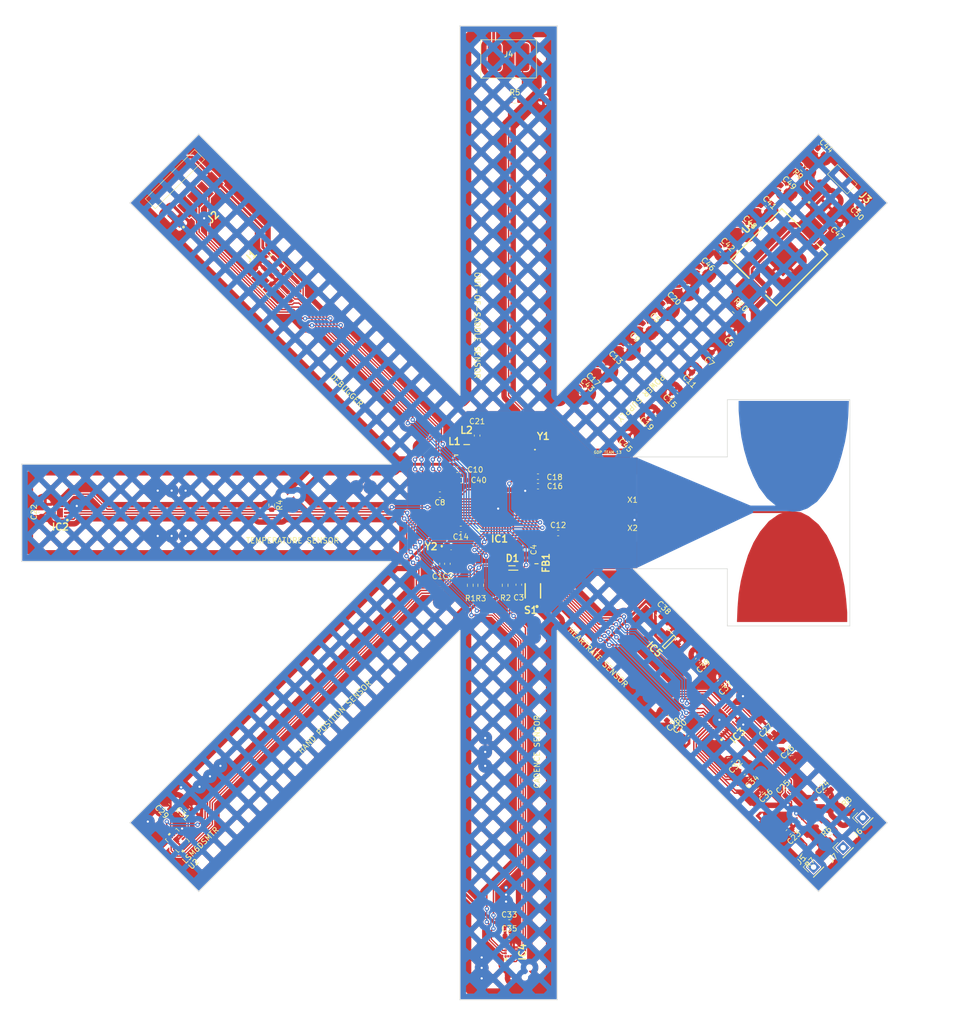
<source format=kicad_pcb>
(kicad_pcb (version 20211014) (generator pcbnew)
  (title_block (title "GDP 13 FPC") (date "2022-11-03") (rev "1.0") (company "University of Southampton"))
  (layers (0 "F.Cu" signal) (31 "B.Cu" signal) (34 "B.Paste" user) (35 "F.Paste" user) (36 "B.SilkS" user "B.Silkscreen") (37 "F.SilkS" user "F.Silkscreen") (38 "B.Mask" user) (39 "F.Mask" user) (44 "Edge.Cuts" user))
  (net 0 "")
  (net 1 "/RCC_OSC32_IN")
  (net 2 "GND")
  (net 3 "/RCC_OSC32_OUT")
  (net 4 "+1V2")
  (net 5 "VDD")
  (net 6 "/PH3-BOOT0")
  (net 7 "/I2C1_SCL")
  (net 8 "/I2C1_SDA")
  (net 10 "/SPI1_SCK")
  (net 11 "/SPI1_NSS")
  (net 12 "/SPI1_MOSI")
  (net 13 "/SPI1_MISO")
  (net 15 "/RCC_MCO")
  (net 16 "/USART1_TX")
  (net 17 "/COMP1_INP")
  (net 18 "/NRST_DEBUG")
  (net 19 "/RCC_OSC_OUT")
  (net 22 "/USART1_RX")
  (net 23 "/HR_INT2")
  (net 24 "/HR_INT1")
  (net 25 "/SYS_JTMS-SWDIO")
  (net 26 "/SYS_JTCK-SWCLK")
  (net 27 "/TEMP_INT")
  (net 28 "/SYS_JTDO-SWO")
  (net 29 "/HANDPOS_INT2")
  (net 30 "/HANDPOS_INT1")
  (net 31 "/CADENCE_INT2")
  (net 32 "/CADENCE_INT1")
  (net 39 "/VDD_PS")
  (net 40 "Net-(J7-Pad1)")
  (net 41 "Net-(L1-Pad2)")
  (net 42 "/VDD_BAT")
  (net 43 "Net-(J5-Pad1)")
  (net 46 "/RCC_OSC_IN")
  (net 47 "/RF1")
  (net 48 "/ECGP")
  (net 49 "/ECGN")
  (net 50 "/NRST")
  (net 51 "/CAPP")
  (net 52 "/CAPN")
  (net 53 "/CPPL")
  (net 54 "/VBG")
  (net 55 "/VCM")
  (net 56 "/VREF")
  (net 59 "Net-(J6-Pad1)")
  (net 60 "/VDDA")
  (net 61 "/VLXSMPS")
  (net 62 "/VFBSMPS")
  (footprint "Capacitor_SMD:C_0603_1608Metric" (layer "F.Cu") (at 223.711734 106.526079 -45)
    (fp_text reference "C42")
    (fp_text value "C")
  )
  (footprint "Capacitor_SMD:C_0603_1608Metric" (layer "F.Cu") (at 122.555 207.900633 135)
    (fp_text reference "C29")
    (fp_text value "C")
  )
  (footprint "Resistor_SMD:R_0603_1608Metric" (layer "F.Cu") (at 226.111637 117.526637 -45)
    (fp_text reference "R10")
    (fp_text value "R")
  )
  (footprint "Capacitor_SMD:C_0603_1608Metric" (layer "F.Cu") (at 211.23837 137.157945 135)
    (fp_text reference "C19")
    (fp_text value "C")
  )
  (footprint "Capacitor_SMD:C_0603_1608Metric" (layer "F.Cu") (at 190.138558 149.582157)
    (fp_text reference "C16")
    (fp_text value "C")
  )
  (footprint "Capacitor_SMD:C_0603_1608Metric" (layer "F.Cu") (at 235.802473 212.634319 -135)
    (fp_text reference "C23")
    (fp_text value "C")
  )
  (footprint "Gdp_Flexible:KMR2_1" (layer "F.Cu") (at 189.21 168.657765 90)
    (fp_text reference "S1")
    (fp_text value "KMR231GLFS" hide)
  )
  (footprint "Capacitor_SMD:C_0603_1608Metric" (layer "F.Cu") (at 216.95166 113.248339 -45)
    (fp_text reference "C20")
    (fp_text value "C")
  )
  (footprint "Gdp_Flexible:BEADC1608X95N" (layer "F.Cu") (at 189.865 163.715 90)
    (fp_text reference "FB1")
    (fp_text value "HZ0603C601R-10" hide)
  )
  (footprint "Capacitor_SMD:C_0603_1608Metric" (layer "F.Cu") (at 218.772593 129.425732 135)
    (fp_text reference "C11")
    (fp_text value "C")
  )
  (footprint "Capacitor_SMD:C_0603_1608Metric" (layer "F.Cu") (at 235.777693 205.425334 45)
    (fp_text reference "C25")
    (fp_text value "C")
  )
  (footprint "Capacitor_SMD:C_0603_1608Metric" (layer "F.Cu") (at 207.09826 141.100065 135)
    (fp_text reference "C45")
    (fp_text value "C")
  )
  (footprint "Capacitor_SMD:C_0603_1608Metric" (layer "F.Cu") (at 209.792337 120.445476 -45)
    (fp_text reference "C9")
    (fp_text value "C")
  )
  (footprint "Capacitor_SMD:C_0603_1608Metric" (layer "F.Cu") (at 198.118004 132.119809 -45)
    (fp_text reference "C43")
    (fp_text value "C")
  )
  (footprint "Capacitor_SMD:C_0603_1608Metric" (layer "F.Cu") (at 236.600623 199.06406 45)
    (fp_text reference "C26")
    (fp_text value "C")
  )
  (footprint "Resistor_SMD:R_0603_1608Metric" (layer "F.Cu") (at 247.375214 208.245783 -135)
    (fp_text reference "R8")
    (fp_text value "R")
  )
  (footprint "Capacitor_SMD:C_0603_1608Metric" (layer "F.Cu") (at 225.956798 122.241527 135)
    (fp_text reference "C6")
    (fp_text value "C")
  )
  (footprint "Capacitor_SMD:C_0603_1608Metric" (layer "F.Cu") (at 176.068558 157.374157 180)
    (fp_text reference "C14")
    (fp_text value "C")
  )
  (footprint "Gdp_Flexible:INDC2112X140N" (layer "F.Cu") (at 177.145 141.995 90)
    (fp_text reference "L2")
    (fp_text value "74479777310A" hide)
  )
  (footprint "Gdp_Flexible:SOT95P280X145-5N" (layer "F.Cu") (at 214.06018 177.960458 -45)
    (fp_text reference "IC5")
    (fp_text value "TPS7A0312PDBVR" hide)
  )
  (footprint "Capacitor_SMD:C_0603_1608Metric" (layer "F.Cu") (at 212.084523 172.75191 -45)
    (fp_text reference "C38")
    (fp_text value "C")
  )
  (footprint "Capacitor_SMD:C_0603_1608Metric" (layer "F.Cu") (at 234.937054 95.300759 -45)
    (fp_text reference "C49")
    (fp_text value "C")
  )
  (footprint "Gdp_Flexible:SODFL1608X70N" (layer "F.Cu") (at 185.4 164.485 180)
    (fp_text reference "D1")
    (fp_text value "BAT54KFILM" hide)
  )
  (footprint "Capacitor_SMD:C_0603_1608Metric" (layer "F.Cu") (at 241.672246 88.565567 -45)
    (fp_text reference "C44")
    (fp_text value "C")
  )
  (footprint "Capacitor_SMD:C_0603_1608Metric" (layer "F.Cu") (at 222.364695 125.833629 135)
    (fp_text reference "C7")
    (fp_text value "C")
  )
  (footprint "Gdp_Flexible:LQW18AS10NG0CD" (layer "F.Cu") (at 175.24 143.9 90)
    (fp_text reference "L1")
    (fp_text value "LQW18AN10NG00D" hide)
  )
  (footprint "Capacitor_SMD:C_0603_1608Metric" (layer "F.Cu") (at 184.912 231.648)
    (fp_text reference "C35")
    (fp_text value "C")
  )
  (footprint "Connector_PinHeader_2.54mm:PinHeader_1x01_P2.54mm_Vertical" (layer "F.Cu") (at 245.759372 215.462008 45)
    (fp_text reference "J7")
    (fp_text value "Conn_01x01")
  )
  (footprint "Capacitor_SMD:C_0603_1608Metric" (layer "F.Cu") (at 217.20327 194.753537 -135)
    (fp_text reference "C30")
    (fp_text value "C")
  )
  (footprint "Capacitor_SMD:C_0603_1608Metric" (layer "F.Cu") (at 186.644609 167.539676 -90)
    (fp_text reference "C3")
    (fp_text value "C")
  )
  (footprint "Gdp_Flexible:NX2012SA32768KHZEXS00AMU00530" (layer "F.Cu") (at 174.302942 160.549157)
    (fp_text reference "Y2")
    (fp_text value "NX2012SA-32.768KHZ-EXS00A-MU00389" hide)
  )
  (footprint "Gdp_Flexible:Antenna_Flexible_RF" (layer "F.Cu") (at 207.75 154.3)
    (fp_text reference "X1")
    (fp_text value "Antenna_Flexible_RF")
  )
  (footprint "Capacitor_SMD:C_0603_1608Metric" (layer "F.Cu") (at 223.309844 185.414072 -135)
    (fp_text reference "C37")
    (fp_text value "C")
  )
  (footprint "Capacitor_SMD:C_0603_1608Metric" (layer "F.Cu") (at 202.159119 128.078694 -45)
    (fp_text reference "C17")
    (fp_text value "C")
  )
  (footprint "Gdp_Flexible:QFN50P500X500X80-29N" (layer "F.Cu") (at 223.175494 192.193812 135)
    (fp_text reference "IC3")
    (fp_text value "MAX30003CTI+" hide)
  )
  (footprint "Capacitor_SMD:C_0603_1608Metric" (layer "F.Cu") (at 242.986678 205.450114 45)
    (fp_text reference "C24")
    (fp_text value "C")
  )
  (footprint "Resistor_SMD:R_0603_1608Metric" (layer "F.Cu") (at 243.857208 213.559841 45)
    (fp_text reference "R6")
    (fp_text value "R")
  )
  (footprint "Capacitor_SMD:C_0603_1608Metric" (layer "F.Cu") (at 172.258558 151.13 180)
    (fp_text reference "C8")
    (fp_text value "C")
  )
  (footprint "Capacitor_SMD:C_0603_1608Metric" (layer "F.Cu") (at 179.05 140.355 90)
    (fp_text reference "C21")
    (fp_text value "C")
  )
  (footprint "Gdp_Flexible:S8201-46R" (layer "F.Cu") (at 234.79326 108.532673 45)
    (fp_text reference "U1")
    (fp_text value "S8201-46R" hide)
  )
  (footprint "Resistor_SMD:R_0603_1608Metric" (layer "F.Cu") (at 179.705 167.64 90)
    (fp_text reference "R3")
    (fp_text value "R")
  )
  (footprint "Gdp_Flexible:TSM-102-YY-ZZZ-SH" (layer "F.Cu") (at 241.8714 97.346243 -45)
    (fp_text reference "J3")
    (fp_text value "TSM-102-01-L-SH" hide)
  )
  (footprint "Capacitor_SMD:C_0603_1608Metric" (layer "F.Cu") (at 219.268729 181.372956 -135)
    (fp_text reference "C39")
    (fp_text value "C")
  )
  (footprint "Capacitor_SMD:C_0603_1608Metric" (layer "F.Cu") (at 245.713361 102.484964 135)
    (fp_text reference "C47")
    (fp_text value "C")
  )
  (footprint "Capacitor_SMD:C_0603_1608Metric" (layer "F.Cu") (at 225.105895 199.42327 -135)
    (fp_text reference "C32")
    (fp_text value "C")
  )
  (footprint "Capacitor_SMD:C_0603_1608Metric" (layer "F.Cu") (at 206.268319 124.105663 -45)
    (fp_text reference "C13")
    (fp_text value "C")
  )
  (footprint "Capacitor_SMD:C_0603_1608Metric" (layer "F.Cu") (at 184.912 229.108)
    (fp_text reference "C33")
    (fp_text value "C")
  )
  (footprint "Capacitor_SMD:C_0603_1608Metric" (layer "F.Cu") (at 214.191223 191.741491 -135)
    (fp_text reference "C28")
    (fp_text value "C")
  )
  (footprint "Gdp_Flexible:NX2016SA32MHZEXS00ACS06654" (layer "F.Cu") (at 191.135 143.51 -90)
    (fp_text reference "Y1")
    (fp_text value "NX2016SA-32MHZ-EXS00A-CS06654" hide)
  )
  (footprint "Capacitor_SMD:C_0603_1608Metric" (layer "F.Cu") (at 193.815 158.115)
    (fp_text reference "C12")
    (fp_text value "C")
  )
  (footprint "Gdp_Flexible:SON65P200X200X80-7N" (layer "F.Cu") (at 102.997642 154.43264 180)
    (fp_text reference "IC2")
    (fp_text value "TMP117MAIDRVR" hide)
  )
  (footprint "Capacitor_SMD:C_0603_1608Metric" (layer "F.Cu") (at 213.384439 116.853373 -45)
    (fp_text reference "C5")
    (fp_text value "C")
  )
  (footprint "Capacitor_SMD:C_0603_1608Metric" (layer "F.Cu") (at 176.168558 148.484157 180)
    (fp_text reference "C40")
    (fp_text value "C")
  )
  (footprint "Resistor_SMD:R_0603_1608Metric" (layer "F.Cu") (at 177.8 167.64 90)
    (fp_text reference "R1")
    (fp_text value "R")
  )
  (footprint "Resistor_SMD:R_0603_1608Metric" (layer "F.Cu") (at 238.529156 91.708656 135)
    (fp_text reference "R9")
    (fp_text value "R")
  )
  (footprint "Capacitor_SMD:C_0603_1608Metric" (layer "F.Cu") (at 231.344951 98.892861 -45)
    (fp_text reference "C41")
    (fp_text value "C")
  )
  (footprint "Capacitor_SMD:C_0603_1608Metric" (layer "F.Cu") (at 230.673654 204.991029 -135)
    (fp_text reference "C36")
    (fp_text value "C")
  )
  (footprint "Capacitor_SMD:C_0603_1608Metric" (layer "F.Cu") (at 175.433558 146.579157 180)
    (fp_text reference "C10")
    (fp_text value "C")
  )
  (footprint "Capacitor_SMD:C_0603_1608Metric" (layer "F.Cu") (at 171.723558 163.724157 -90)
    (fp_text reference "C1")
    (fp_text value "C")
  )
  (footprint "Capacitor_SMD:C_0603_1608Metric" (layer "F.Cu") (at 126.365 208.28 135)
    (fp_text reference "C31")
    (fp_text value "C")
  )
  (footprint "Capacitor_SMD:C_0603_1608Metric" (layer "F.Cu") (at 190.138558 147.849157)
    (fp_text reference "C18")
    (fp_text value "C")
  )
  (footprint "Gdp_Flexible:FTS-105-YY-XX-DV-TR" (layer "F.Cu") (at 142.310964 111.958604 -135)
    (fp_text reference "J1")
    (fp_text value "FTS-105-01-F-DV-TR" hide)
  )
  (footprint "Capacitor_SMD:C_0603_1608Metric" (layer "F.Cu") (at 99.695 154.305 90)
    (fp_text reference "C22")
    (fp_text value "C")
  )
  (footprint "Gdp_Flexible:LGA-12" (layer "F.Cu") (at 184.979983 234.455 90)
    (fp_text reference "IC4")
    (fp_text value "LIS2DW12TR" hide)
  )
  (footprint "Capacitor_SMD:C_0603_1608Metric" (layer "F.Cu") (at 220.119631 110.118181 -45)
    (fp_text reference "C46")
    (fp_text value "C")
  )
  (footprint "Resistor_SMD:R_0603_1608Metric" (layer "F.Cu") (at 141.605 153.035 -90)
    (fp_text reference "R4")
    (fp_text value "R")
  )
  (footprint "Connector_PinHeader_2.54mm:PinHeader_1x01_P2.54mm_Vertical" (layer "F.Cu") (at 249.352587 210.019973 45)
    (fp_text reference "J6")
    (fp_text value "Conn_01x01")
  )
  (footprint "Gdp_Flexible:QFN50P700X700X60-49N-D" (layer "F.Cu") (at 182.88 153.67 90)
    (fp_text reference "IC1")
    (fp_text value "STM32WB15CCU6" hide)
  )
  (footprint "Resistor_SMD:R_0603_1608Metric" (layer "F.Cu") (at 184.15 167.64 90)
    (fp_text reference "R2")
    (fp_text value "R")
  )
  (footprint "Gdp_Flexible:Antenna_Flexible_GND" (layer "F.Cu") (at 207.72 156.375)
    (fp_text reference "X2")
    (fp_text value "Antenna_Flexible_GND")
  )
  (footprint "Capacitor_SMD:C_0603_1608Metric" (layer "F.Cu") (at 249.305464 98.892861 135)
    (fp_text reference "C50")
    (fp_text value "C")
  )
  (footprint "Gdp_Flexible:FSR07CE" (layer "F.Cu") (at 184.785002 71.375282)
    (fp_text reference "J4")
    (fp_text value "FSR07CE")
  )
  (footprint "Resistor_SMD:R_0603_1608Metric" (layer "F.Cu") (at 238.529308 217.091689 45)
    (fp_text reference "R7")
    (fp_text value "R")
  )
  (footprint "Resistor_SMD:R_0603_1608Metric" (layer "F.Cu") (at 185.928 79.248)
    (fp_text reference "R5")
    (fp_text value "R")
  )
  (footprint "Capacitor_SMD:C_0603_1608Metric" (layer "F.Cu") (at 227.752849 102.484964 -45)
    (fp_text reference "C48")
    (fp_text value "C")
  )
  (footprint "Capacitor_SMD:C_0603_1608Metric" (layer "F.Cu") (at 173.628558 163.724157 -90)
    (fp_text reference "C2")
    (fp_text value "C")
  )
  (footprint "Capacitor_SMD:C_0603_1608Metric" (layer "F.Cu") (at 228.159183 202.476557 -135)
    (fp_text reference "C34")
    (fp_text value "C")
  )
  (footprint "Gdp_Flexible:TSM-105-YY-ZZZ-SH" (layer "F.Cu") (at 127.698602 97.346242 45)
    (fp_text reference "J2")
    (fp_text value "TSM-105-01-T-SH" hide)
  )
  (footprint "Gdp_Flexible:LSM6DSMTR" (layer "F.Cu") (at 124.407869 214.137174 135)
    (fp_text reference "U2")
    (fp_text value "LSM6DSMTR")
  )
  (footprint "Capacitor_SMD:C_0603_1608Metric" (layer "F.Cu") (at 215.18049 133.017834 135)
    (fp_text reference "C15")
    (fp_text value "C")
  )
  (footprint "Capacitor_SMD:C_0603_1608Metric" (layer "F.Cu") (at 187.965002 161.184157 -90)
    (fp_text reference "C4")
    (fp_text value "C")
  )
  (footprint "Capacitor_SMD:C_0603_1608Metric" (layer "F.Cu") (at 232.649311 195.112747 45)
    (fp_text reference "C27")
    (fp_text value "C")
  )
  (footprint "Connector_PinHeader_2.54mm:PinHeader_1x01_P2.54mm_Vertical" (layer "F.Cu") (at 240.372331 219.00023 45)
    (fp_text reference "J5")
    (fp_text value "Conn_01x01")
  )
  (gr_line (start 115.727284 97.947283) (end 163.322642 145.54264) (layer "Edge.Cuts") (width 0.1))
  (gr_line (start 207.5469 164.622813) (end 253.842715 210.917998) (layer "Edge.Cuts") (width 0.1))
  (gr_line (start 175.895002 65.660282) (end 175.895002 65.660282) (layer "Edge.Cuts") (width 0.1))
  (gr_line (start 128.299643 85.374924) (end 115.727284 97.947283) (layer "Edge.Cuts") (width 0.1))
  (gr_line (start 241.270357 223.490358) (end 253.842715 210.917998) (layer "Edge.Cuts") (width 0.1))
  (gr_line (start 224.662732 144.242984) (end 224.662731 133.812984) (layer "Edge.Cuts") (width 0.1))
  (gr_line (start 128.299642 223.490357) (end 175.895 175.895) (layer "Edge.Cuts") (width 0.1))
  (gr_line (start 96.012642 163.32264) (end 163.322642 163.32264) (layer "Edge.Cuts") (width 0.1))
  (gr_line (start 241.270358 85.374925) (end 193.675002 132.970283) (layer "Edge.Cuts") (width 0.1))
  (gr_line (start 224.662359 164.622642) (end 207.5469 164.622813) (layer "Edge.Cuts") (width 0.1))
  (gr_line (start 96.012642 145.54264) (end 96.012642 163.32264) (layer "Edge.Cuts") (width 0.1))
  (gr_line (start 193.675 175.895) (end 241.270357 223.490358) (layer "Edge.Cuts") (width 0.1))
  (gr_line (start 193.675 243.205) (end 193.675 243.205) (layer "Edge.Cuts") (width 0.1))
  (gr_line (start 246.982359 133.812642) (end 246.982359 175.052642) (layer "Edge.Cuts") (width 0.1))
  (gr_line (start 193.675002 65.660282) (end 175.895002 65.660282) (layer "Edge.Cuts") (width 0.1))
  (gr_line (start 207.547273 144.243155) (end 253.842718 97.947284) (layer "Edge.Cuts") (width 0.1))
  (gr_line (start 175.895 175.895) (end 175.895 243.205) (layer "Edge.Cuts") (width 0.1))
  (gr_line (start 163.322641 163.322641) (end 115.727284 210.917999) (layer "Edge.Cuts") (width 0.1))
  (gr_line (start 224.662359 174.852642) (end 224.662359 175.052642) (layer "Edge.Cuts") (width 0.1))
  (gr_line (start 224.662359 175.052642) (end 246.982359 175.052642) (layer "Edge.Cuts") (width 0.1))
  (gr_line (start 252.943579 211.869906) (end 252.943579 211.869906) (layer "Edge.Cuts") (width 0.1))
  (gr_line (start 242.222265 86.274063) (end 242.222265 86.274063) (layer "Edge.Cuts") (width 0.1))
  (gr_line (start 253.842718 97.947284) (end 241.270358 85.374925) (layer "Edge.Cuts") (width 0.1))
  (gr_line (start 116.626422 96.995376) (end 116.626422 96.995376) (layer "Edge.Cuts") (width 0.1))
  (gr_line (start 175.895002 65.660282) (end 175.895002 132.970282) (layer "Edge.Cuts") (width 0.1))
  (gr_line (start 224.662732 144.242984) (end 207.547273 144.243155) (layer "Edge.Cuts") (width 0.1))
  (gr_line (start 115.727284 210.917999) (end 128.299642 223.490357) (layer "Edge.Cuts") (width 0.1))
  (gr_line (start 193.675 243.205) (end 193.675 175.895) (layer "Edge.Cuts") (width 0.1))
  (gr_line (start 175.895 243.205) (end 193.675 243.205) (layer "Edge.Cuts") (width 0.1))
  (gr_line (start 224.662731 133.812984) (end 246.982359 133.812642) (layer "Edge.Cuts") (width 0.1))
  (gr_line (start 163.322642 145.54264) (end 96.012642 145.54264) (layer "Edge.Cuts") (width 0.1))
  (gr_line (start 193.675002 132.970282) (end 193.675002 65.660282) (layer "Edge.Cuts") (width 0.1))
  (gr_line (start 128.299642 223.490357) (end 128.299642 223.490357) (layer "Edge.Cuts") (width 0.1))
  (gr_line (start 95.975328 162.013754) (end 95.975328 162.013754) (layer "Edge.Cuts") (width 0.1))
  (gr_line (start 224.662359 164.622642) (end 224.662359 174.852642) (layer "Edge.Cuts") (width 0.1))
  (gr_line (start 175.895 132.970282) (end 128.299643 85.374924) (layer "Edge.Cuts") (width 0.1))
  (gr_text "GDP TEAM 13" (at 202.838558 143.404157) (layer "F.SilkS") (effects (font (size 0.5 0.5) (thickness 0.1))))
  (gr_text "POWER SUPPLY\n" (at 208.927584 133.505129 225) (layer "F.SilkS") (effects (font (size 1 1))))
  (gr_text "DEBUGGER\n" (at 155.240411 132.072256 315) (layer "F.SilkS") (effects (font (size 1 1))))
  (gr_text "HEARTRATE SENSOR\n" (at 201.060558 180.742157 315) (layer "F.SilkS") (effects (font (size 1 1))))
  (gr_text "OUT-OF-SADDLE SENSOR\n" (at 179.070002 120.270282 270) (layer "F.SilkS") (effects (font (size 1 1))))
  (gr_text "HAND POSITION SENSOR" (at 153.108558 191.654157 45) (layer "F.SilkS") (effects (font (size 1 1))))
  (gr_text "CADENCE SENSOR\n" (at 189.958558 197.974157 90) (layer "F.SilkS") (effects (font (size 1 1))))
  (gr_text "TEMPERATURE SENSOR\n" (at 145.398558 159.484157) (layer "F.SilkS") (effects (font (size 1 1))))
  (segment (start 178.733558 159.599157) (end 173.863558 159.599157) (width 0.25) (layer "F.Cu") (net 1))
  (segment (start 180.63 157.12) (end 180.63 157.702715) (width 0.25) (layer "F.Cu") (net 1))
  (segment (start 173.863558 159.599157) (end 173.552942 159.909773) (width 0.25) (layer "F.Cu") (net 1))
  (segment (start 173.552942 159.909773) (end 173.552942 160.549157) (width 0.25) (layer "F.Cu") (net 1))
  (segment (start 173.552942 160.549157) (end 171.723558 162.378541) (width 0.25) (layer "F.Cu") (net 1))
  (segment (start 171.723558 162.378541) (end 171.723558 162.949157) (width 0.25) (layer "F.Cu") (net 1))
  (segment (start 180.63 157.702715) (end 178.733558 159.599157) (width 0.25) (layer "F.Cu") (net 1))
  (segment (start 124.477938 213.36) (end 124.730523 213.107415) (width 0.254) (layer "F.Cu") (net 2))
  (segment (start 125.440457 214.816208) (end 125.086903 215.169762) (width 0.245) (layer "F.Cu") (net 2))
  (segment (start 224.483642 190.178557) (end 224.493356 190.178558) (width 0.254) (layer "F.Cu") (net 2))
  (segment (start 187.8085 150.425072) (end 190.070643 150.425072) (width 0.254) (layer "F.Cu") (net 2))
  (segment (start 125.084075 213.460968) (end 124.730522 213.107415) (width 0.245) (layer "F.Cu") (net 2))
  (segment (start 188.41 170.707765) (end 190.01 170.707765) (width 0.508) (layer "F.Cu") (net 2))
  (segment (start 185.229983 233.655) (end 185.729983 233.655) (width 0.245) (layer "F.Cu") (net 2))
  (segment (start 224.493356 190.178558) (end 225.496958 189.174958) (width 0.254) (layer "F.Cu") (net 2))
  (segment (start 187.8085 150.425072) (end 187.8085 151.312552) (width 0.254) (layer "F.Cu") (net 2))
  (segment (start 223.776536 194.916173) (end 223.553373 195.139335) (width 0.508) (layer "F.Cu") (net 2))
  (segment (start 125.086904 215.169762) (end 124.73335 215.523316) (width 0.254) (layer "F.Cu") (net 2))
  (segment (start 185.729983 233.655) (end 185.729983 234.205) (width 0.245) (layer "F.Cu") (net 2))
  (segment (start 219.004308 195.657889) (end 219.004308 197.878666) (width 0.254) (layer "F.Cu") (net 2))
  (segment (start 219.912306 196.164106) (end 219.912306 197.50256) (width 0.254) (layer "F.Cu") (net 2))
  (segment (start 224.150207 203.024565) (end 227.611175 203.024565) (width 0.254) (layer "F.Cu") (net 2))
  (segment (start 226.11137 191.59277) (end 227.554358 193.035757) (width 0.254) (layer "F.Cu") (net 2))
  (segment (start 221.867346 194.209066) (end 219.912306 196.164106) (width 0.245) (layer "F.Cu") (net 2))
  (segment (start 187.8085 151.312552) (end 187.201052 151.92) (width 0.254) (layer "F.Cu") (net 2))
  (segment (start 223.776536 194.916173) (end 224.837196 193.855512) (width 0.508) (layer "F.Cu") (net 2))
  (segment (start 222.381024 199.971278) (end 224.557888 199.971278) (width 0.254) (layer "F.Cu") (net 2))
  (segment (start 226.182757 189.174956) (end 227.503557 187.854156) (width 0.254) (layer "F.Cu") (net 2))
  (segment (start 222.657326 194.980377) (end 222.647993 194.989712) (width 0.508) (layer "F.Cu") (net 2))
  (segment (start 190.913558 147.849157) (end 190.913558 149.582157) (width 0.508) (layer "F.Cu") (net 2))
  (segment (start 104.047642 154.43264) (end 104.816675 154.43264) (width 0.254) (layer "F.Cu") (net 2))
  (segment (start 104.816675 154.43264) (end 106.066158 153.183157) (width 0.254) (layer "F.Cu") (net 2))
  (segment (start 223.553373 195.139335) (end 222.816284 195.139335) (width 0.508) (layer "F.Cu") (net 2))
  (segment (start 190.070643 150.425072) (end 190.913558 149.582157) (width 0.254) (layer "F.Cu") (net 2))
  (segment (start 184.63 151.92) (end 182.88 153.67) (width 0.254) (layer "F.Cu") (net 2))
  (segment (start 225.897854 191.59277) (end 226.11137 191.59277) (width 0.254) (layer "F.Cu") (net 2))
  (segment (start 186.33 151.92) (end 184.63 151.92) (width 0.254) (layer "F.Cu") (net 2))
  (segment (start 125.086904 215.169762) (end 124.46 214.542858) (width 0.254) (layer "F.Cu") (net 2))
  (segment (start 182.13 150.22) (end 182.13 152.92) (width 0.254) (layer "F.Cu") (net 2))
  (segment (start 221.16024 193.501958) (end 219.004308 195.657889) (width 0.245) (layer "F.Cu") (net 2))
  (segment (start 187.201052 151.92) (end 186.33 151.92) (width 0.254) (layer "F.Cu") (net 2))
  (segment (start 219.004308 197.878666) (end 224.150207 203.024565) (width 0.254) (layer "F.Cu") (net 2))
  (segment (start 124.46 214.542858) (end 124.46 213.36) (width 0.254) (layer "F.Cu") (net 2))
  (segment (start 222.816284 195.139335) (end 222.657326 194.980377) (width 0.508) (layer "F.Cu") (net 2))
  (segment (start 182.13 152.92) (end 182.88 153.67) (width 0.254) (layer "F.Cu") (net 2))
  (segment (start 219.912306 197.50256) (end 222.381024 199.971278) (width 0.254) (layer "F.Cu") (net 2))
  (segment (start 225.496958 189.174958) (end 226.182757 189.174956) (width 0.254) (layer "F.Cu") (net 2))
  (segment (start 224.837196 193.855512) (end 225.058265 193.634443) (width 0.508) (layer "F.Cu") (net 2))
  (segment (start 124.46 213.36) (end 124.477938 213.36) (width 0.254) (layer "F.Cu") (net 2))
  (via (at 106.066158 153.183157) (size 0.8) (drill 0.4) (layers "F.Cu" "B.Cu") (net 2))
  (via (at 132.253558 200.554157) (size 0.8) (drill 0.4) (layers "F.Cu" "B.Cu") (net 2))
  (via (at 223.210958 192.172157) (size 0.8) (drill 0.4) (layers "F.Cu" "B.Cu") (net 2))
  (via (at 130.348558 202.459157) (size 0.8) (drill 0.4) (layers "F.Cu" "B.Cu") (net 2))
  (via (at 125.903558 158.644157) (size 0.8) (drill 0.4) (layers "F.Cu" "B.Cu") (net 2))
  (via (at 120.823558 150.389157) (size 0.8) (drill 0.4) (layers "F.Cu" "B.Cu") (net 2))
  (via (at 125.903558 150.389157) (size 0.8) (drill 0.4) (layers "F.Cu" "B.Cu") (net 2))
  (via (at 184.323558 225.298) (size 0.8) (drill 0.4) (layers "F.Cu" "B.Cu") (net 2))
  (via (at 180.513558 195.474157) (size 0.8) (drill 0.4) (layers "F.Cu" "B.Cu") (net 2))
  (via (at 179.878558 235.479157) (size 0.8) (drill 0.4) (layers "F.Cu" "B.Cu") (net 2))
  (via (at 184.323558 222.758) (size 0.8) (drill 0.4) (layers "F.Cu" "B.Cu") (net 2))
  (via (at 179.878558 239.289157) (size 0.8) (drill 0.4) (layers "F.Cu" "B.Cu") (net 2))
  (via (at 227.503557 187.854156) (size 0.8) (drill 0.4) (layers "F.Cu" "B.Cu") (net 2))
  (via (at 129.288558 100.744157) (size 0.8) (drill 0.4) (layers "F.Cu" "B.Cu") (net 2))
  (via (at 119.018558 210.714157) (size 0.8) (drill 0.4) (layers "F.Cu" "B.Cu") (net 2))
  (via (at 207.73 155.74) (size 0.8) (drill 0.4) (layers "F.Cu" "B.Cu") (net 2))
  (via (at 180.513558 198.014157) (size 0.8) (drill 0.4) (layers "F.Cu" "B.Cu") (net 2))
  (via (at 125.095 204.47) (size 0.8) (drill 0.4) (layers "F.Cu" "B.Cu") (net 2))
  (via (at 184.323558 224.028) (size 0.8) (drill 0.4) (layers "F.Cu" "B.Cu") (net 2))
  (via (at 123.363558 158.644157) (size 0.8) (drill 0.4) (layers "F.Cu" "B.Cu") (net 2))
  (via (at 179.878558 237.384157) (size 0.8) (drill 0.4) (layers "F.Cu" "B.Cu") (net 2))
  (via (at 227.554358 193.035757) (size 0.8) (drill 0.4) (layers "F.Cu" "B.Cu") (net 2))
  (via (at 123.363558 150.389157) (size 0.8) (drill 0.4) (layers "F.Cu" "B.Cu") (net 2))
  (via (at 180.513558 200.554157) (size 0.8) (drill 0.4) (layers "F.Cu" "B.Cu") (net 2))
  (via (at 125.268558 211.984157) (size 0.8) (drill 0.4) (layers "F.Cu" "B.Cu") (net 2))
  (via (at 187.8085 150.425072) (size 0.8) (drill 0.4) (layers "F.Cu" "B.Cu") (net 2))
  (via (at 120.823558 158.644157) (size 0.8) (drill 0.4) (layers "F.Cu" "B.Cu") (net 2))
  (via (at 182.88 153.67) (size 0.8) (drill 0.4) (layers "F.Cu" "B.Cu") (net 2))
  (via (at 128.443558 204.364157) (size 0.8) (drill 0.4) (layers "F.Cu" "B.Cu") (net 2))
  (segment (start 237.325 153.59826) (end 237.31326 153.61) (width 1) (layer "B.Cu") (net 2))
  (segment (start 237.31326 153.61) (end 204.02 153.61) (width 1) (layer "B.Cu") (net 2))
  (segment (start 185.747605 151.72) (end 185.747563 151.719958) (width 1) (layer "B.Cu") (net 2))
  (segment (start 202.13 151.72) (end 185.747605 151.72) (width 1) (layer "B.Cu") (net 2))
  (segment (start 204.02 153.61) (end 202.13 151.72) (width 1) (layer "B.Cu") (net 2))
  (segment (start 175.052942 160.674157) (end 173.628558 162.098541) (width 0.25) (layer "F.Cu") (net 3))
  (segment (start 173.628558 162.098541) (end 173.628558 162.949157) (width 0.25) (layer "F.Cu") (net 3))
  (segment (start 178.919954 160.049157) (end 175.552942 160.049157) (width 0.25) (layer "F.Cu") (net 3))
  (segment (start 175.052942 160.549157) (end 175.052942 160.674157) (width 0.25) (layer "F.Cu") (net 3))
  (segment (start 175.552942 160.049157) (end 175.052942 160.549157) (width 0.25) (layer "F.Cu") (net 3))
  (segment (start 181.13 157.12) (end 181.13 157.839111) (width 0.25) (layer "F.Cu") (net 3))
  (segment (start 181.13 157.839111) (end 178.919954 160.049157) (width 0.25) (layer "F.Cu") (net 3))
  (segment (start 223.309844 181.283152) (end 224.011296 181.984604) (width 0.508) (layer "F.Cu") (net 4))
  (segment (start 224.011296 181.984604) (end 224.656883 182.630191) (width 0.508) (layer "F.Cu") (net 4))
  (segment (start 223.309844 181.283152) (end 223.309844 184.318056) (width 0.508) (layer "F.Cu") (net 4))
  (segment (start 224.698602 185.706814) (end 223.857852 184.866064) (width 0.254) (layer "F.Cu") (net 4))
  (segment (start 224.130088 189.825004) (end 224.698602 189.25649) (width 0.254) (layer "F.Cu") (net 4))
  (segment (start 220.615768 178.589076) (end 223.309844 181.283152) (width 0.508) (layer "F.Cu") (net 4))
  (segment (start 224.698602 189.25649) (end 224.698602 185.706814) (width 0.254) (layer "F.Cu") (net 4))
  (segment (start 216.84406 197.268008) (end 217.670138 196.44193) (width 0.508) (layer "F.Cu") (net 4))
  (segment (start 218.864618 176.837926) (end 216.950479 176.837926) (width 0.508) (layer "F.Cu") (net 4))
  (segment (start 220.453133 192.794852) (end 219.042456 194.205529) (width 0.254) (layer "F.Cu") (net 4))
  (segment (start 219.268729 177.242037) (end 218.864618 176.837926) (width 0.508) (layer "F.Cu") (net 4))
  (segment (start 252.495677 211.367011) (end 241.71937 222.143319) (width 0.508) (layer "F.Cu") (net 4))
  (segment (start 219.268729 180.276941) (end 219.816737 180.824949) (width 0.508) (layer "F.Cu") (net 4))
  (segment (start 240.821345 222.143319) (end 216.84406 198.166034) (width 0.508) (layer "F.Cu") (net 4))
  (segment (start 241.71937 222.143319) (end 240.821345 222.143319) (width 0.508) (layer "F.Cu") (net 4))
  (segment (start 219.268729 177.242037) (end 219.268729 180.276941) (width 0.508) (layer "F.Cu") (net 4))
  (segment (start 219.042456 194.205529) (end 217.751278 194.205529) (width 0.254) (layer "F.Cu") (net 4))
  (segment (start 224.656883 182.630191) (end 252.495678 210.468986) (width 0.508) (layer "F.Cu") (net 4))
  (segment (start 217.670138 196.44193) (end 217.670138 194.286669) (width 0.508) (layer "F.Cu") (net 4))
  (segment (start 224.656883 182.630191) (end 224.755878 182.729186) (width 0.508) (layer "F.Cu") (net 4))
  (segment (start 223.309844 184.318056) (end 223.857852 184.866064) (width 0.508) (layer "F.Cu") (net 4))
  (segment (start 252.495678 210.468986) (end 252.495677 211.367011) (width 0.508) (layer "F.Cu") (net 4))
  (segment (start 216.950479 176.837926) (end 215.615815 178.17259) (width 0.508) (layer "F.Cu") (net 4))
  (segment (start 219.268729 177.242037) (end 220.615768 178.589076) (width 0.508) (layer "F.Cu") (net 4))
  (segment (start 216.84406 198.166034) (end 216.84406 197.268008) (width 0.508) (layer "F.Cu") (net 4))
  (segment (start 217.670138 194.286669) (end 217.751278 194.205529) (width 0.508) (layer "F.Cu") (net 4))
  (segment (start 224.011296 181.984604) (end 224.217062 182.19037) (width 0.508) (layer "F.Cu") (net 4))
  (segment (start 178.462226 147.321825) (end 177.719558 146.579157) (width 0.254) (layer "F.Cu") (net 5))
  (segment (start 209.244329 119.897468) (end 209.145334 119.996463) (width 0.508) (layer "F.Cu") (net 5))
  (segment (start 131.290705 93.75414) (end 139.973976 102.437411) (width 0.508) (layer "F.Cu") (net 5))
  (segment (start 212.737436 116.404361) (end 211.138949 116.404361) (width 0.508) (layer "F.Cu") (net 5))
  (segment (start 163.60204 162.68764) (end 164.2618 163.3474) (width 0.508) (layer "F.Cu") (net 5))
  (segment (start 176.0982 175.133) (end 176.0982 173.7868) (width 0.508) (layer "F.Cu") (net 5))
  (segment (start 210.737486 169.60882) (end 211.635511 169.60882) (width 0.508) (layer "F.Cu") (net 5))
  (segment (start 236.283667 91.259643) (end 237.631131 89.912179) (width 0.508) (layer "F.Cu") (net 5))
  (segment (start 217.874567 109.668743) (end 221.466243 106.077066) (width 0.508) (layer "F.Cu") (net 5))
  (segment (start 184.137 229.108) (end 184.137 231.648) (width 0.508) (layer "F.Cu") (net 5))
  (segment (start 188.595 242.57) (end 192.405 242.57) (width 0.508) (layer "F.Cu") (net 5))
  (segment (start 179.43 156.42) (end 177.797715 156.42) (width 0.245) (layer "F.Cu") (net 5))
  (segment (start 193.04 241.935) (end 193.04 175.768) (width 0.508) (layer "F.Cu") (net 5))
  (segment (start 226.695 118.11) (end 227.833488 119.248488) (width 0.508) (layer "F.Cu") (net 5))
  (segment (start 212.142279 191.193483) (end 214.739231 191.193483) (width 0.508) (layer "F.Cu") (net 5))
  (segment (start 117.074323 97.49827) (end 117.074323 98.396296) (width 0.508) (layer "F.Cu") (net 5))
  (segment (start 237.631131 89.912179) (end 238.529156 89.014154) (width 0.508) (layer "F.Cu") (net 5))
  (segment (start 182.435 170.18) (end 184.15 168.465) (width 0.508) (layer "F.Cu") (net 5))
  (segment (start 192.405 242.57) (end 193.04 241.935) (width 0.508) (layer "F.Cu") (net 5))
  (segment (start 124.082388 212.751032) (end 123.189664 211.858308) (width 0.245) (layer "F.Cu") (net 5))
  (segment (start 193.5988 175.2092) (end 193.887225 175.2092) (width 0.508) (layer "F.Cu") (net 5))
  (segment (start 175.275408 175.625592) (end 175.768 175.133) (width 0.508) (layer "F.Cu") (net 5))
  (segment (start 218.693994 132.197982) (end 215.629078 135.262898) (width 0.508) (layer "F.Cu") (net 5))
  (segment (start 207.546847 119.996463) (end 211.138949 116.404361) (width 0.508) (layer "F.Cu") (net 5))
  (segment (start 201.611111 127.530686) (end 201.512116 127.629681) (width 0.508) (layer "F.Cu") (net 5))
  (segment (start 193.5988 175.2092) (end 193.5988 174.2694) (width 0.508) (layer "F.Cu") (net 5))
  (segment (start 241.719372 86.721964) (end 242.121259 87.123851) (width 0.508) (layer "F.Cu") (net 5))
  (segment (start 125.036654 202.506654) (end 122.496654 205.046654) (width 0.508) (layer "F.Cu") (net 5))
  (segment (start 193.887225 175.2092) (end 199.063153 180.385127) (width 0.508) (layer "F.Cu") (net 5))
  (segment (start 211.138949 116.404361) (end 211.222422 116.320888) (width 0.508) (layer "F.Cu") (net 5))
  (segment (start 182.118 229.108) (end 184.137 229.108) (width 0.508) (layer "F.Cu") (net 5))
  (segment (start 139.973976 102.437411) (end 139.973976 106.029514) (width 0.508) (layer "F.Cu") (net 5))
  (segment (start 186.33 152.92) (end 188.48 152.92) (width 0.254) (layer "F.Cu") (net 5))
  (segment (start 194.362356 144.177644) (end 193.230843 145.309157) (width 0.508) (layer "F.Cu") (net 5))
  (segment (start 211.587962 137.904368) (end 211.587962 139.304014) (width 0.508) (layer "F.Cu") (net 5))
  (segment (start 206.491691 164.465) (end 196.85 164.465) (width 0.508) (layer "F.Cu") (net 5))
  (segment (start 188.48 152.92) (end 193.04 157.48) (width 0.254) (layer "F.Cu") (net 5))
  (segment (start 193.4972 133.5532) (end 193.990111 133.5532) (width 0.508) (layer "F.Cu") (net 5))
  (segment (start 219.473054 109.668743) (end 217.874567 109.668743) (width 0.508) (layer "F.Cu") (net 5))
  (segment (start 126.368675 209.372341) (end 126.913008 208.828008) (width 0.245) (layer "F.Cu") (net 5))
  (segment (start 211.786378 137.705952) (end 211.587962 137.904368) (width 0.508) (layer "F.Cu") (net 5))
  (segment (start 246.161948 103.132392) (end 246.161948 104.730028) (width 0.508) (layer "F.Cu") (net 5))
  (segment (start 176.53 132.716284) (end 176.530002 132.716282) (width 0.508) (layer "F.Cu") (net 5))
  (segment (start 227.833488 123.058488) (end 227.243189 123.648787) (width 0.508) (layer "F.Cu") (net 5))
  (segment (start 124.976948 89.595645) (end 117.074323 97.49827) (width 0.508) (layer "F.Cu") (net 5))
  (segment (start 150.92616 146.17764) (end 97.282642 146.17764) (width 0.508) (layer "F.Cu") (net 5))
  (segment (start 117.074323 98.396296) (end 164.2618 145.583772) (width 0.508) (layer "F.Cu") (net 5))
  (segment (start 175.266382 175.625592) (end 175.275408 175.625592) (width 0.508) (layer "F.Cu") (net 5))
  (segment (start 179.705 170.18) (end 179.705 168.465) (width 0.508) (layer "F.Cu") (net 5))
  (segment (start 176.53 133.2992) (end 176.53 132.716284) (width 0.508) (layer "F.Cu") (net 5))
  (segment (start 126.368675 212.883473) (end 126.368675 209.372341) (width 0.245) (layer "F.Cu") (net 5))
  (segment (start 223.064731 106.077066) (end 221.466243 106.077066) (width 0.508) (layer "F.Cu") (net 5))
  (segment (start 201.512116 127.629681) (end 199.913629 127.629681) (width 0.508) (layer "F.Cu") (net 5))
  (segment (start 187.059 151.42) (end 187.082 151.397) (width 0.254) (layer "F.Cu") (net 5))
  (segment (start 192.405002 66.295282) (end 193.040002 66.930282) (width 0.508) (layer "F.Cu") (net 5))
  (segment (start 176.53 241.935) (end 176.53 223.52) (width 0.508) (layer "F.Cu") (net 5))
  (segment (start 230.698376 98.443421) (end 229.099887 98.443421) (width 0.508) (layer "F.Cu") (net 5))
  (segment (start 128.748655 222.143319) (end 127.85063 222.143319) (width 0.508) (layer "F.Cu") (net 5))
  (segment (start 214.383471 113.159839) (end 217.874567 109.668743) (width 0.508) (layer "F.Cu") (net 5))
  (segment (start 173.028829 151.125271) (end 173.033558 151.13) (width 0.508) (layer "F.Cu") (net 5))
  (segment (start 175.538558 159.020157) (end 176.843558 157.715157) (width 0.508) (layer "F.Cu") (net 5))
  (segment (start 139.973976 106.029514) (end 142.668053 108.72359) (width 0.508) (layer "F.Cu") (net 5))
  (segment (start 177.165002 66.295282) (end 182.057433 66.295282) (width 0.508) (layer "F.Cu") (net 5))
  (segment (start 199.063153 180.385127) (end 199.961179 180.385127) (width 0.508) (layer "F.Cu") (net 5))
  (segment (start 175.213173 145.583772) (end 176.208558 146.579157) (width 0.508) (layer "F.Cu") (net 5))
  (segment (start 125.036654 202.506654) (end 126.913008 204.383008) (width 0.508) (layer "F.Cu") (net 5))
  (segment (start 205.720312 123.557656) (end 205.689402 123.588565) (width 0.508) (layer "F.Cu") (net 5))
  (segment (start 184.229983 233.655) (end 184.229983 231.740983) (width 0.245) (layer "F.Cu") (net 5))
  (segment (start 199.961179 181.283153) (end 199.961179 180.385127) (width 0.508) (layer "F.Cu") (net 5))
  (segment (start 176.53 176.149) (end 176.53 223.52) (width 0.508) (layer "F.Cu") (net 5))
  (segment (start 174.696958 152.421157) (end 173.405801 151.13) (width 0.254) (layer "F.Cu") (net 5))
  (segment (start 96.647642 146.81264) (end 96.647642 154.43264) (width 0.508) (layer "F.Cu") (net 5))
  (segment (start 176.0982 175.133) (end 176.5554 175.5902) (width 0.508) (layer "F.Cu") (net 5))
  (segment (start 219.221606 131.67037) (end 218.693994 132.197982) (width 0.508) (layer "F.Cu") (net 5))
  (segment (start 191.0588 171.7294) (end 191.0588 165.3794) (width 0.508) (layer "F.Cu") (net 5))
  (segment (start 97.282642 162.68764) (end 163.60204 162.68764) (width 0.508) (layer "F.Cu") (net 5))
  (segment (start 252.495678 98.396298) (end 249.754476 101.137499) (width 0.508) (layer "F.Cu") (net 5))
  (segment (start 199.913629 127.629681) (end 202.870784 124.672526) (width 0.508) (layer "F.Cu") (net 5))
  (segment (start 211.635511 191.700251) (end 212.142279 191.193483) (width 0.508) (layer "F.Cu") (net 5))
  (segment (start 215.944145 113.159839) (end 214.383471 113.159839) (width 0.508) (layer "F.Cu") (net 5))
  (segment (start 117.074322 210.468986) (end 120.343135 207.200173) (width 0.508) (layer "F.Cu") (net 5))
  (segment (start 209.839459 170.506846) (end 211.536517 172.203902) (width 0.508) (layer "F.Cu") (net 5))
  (segment (start 96.647642 162.05264) (end 97.282642 162.68764) (width 0.508) (layer "F.Cu") (net 5))
  (segment (start 122.496654 205.046654) (end 120.343135 207.200173) (width 0.508) (layer "F.Cu") (net 5))
  (segment (start 176.530002 132.716282) (end 176.530002 66.930282) (width 0.508) (layer "F.Cu") (net 5))
  (segment (start 199.961179 180.385127) (end 202.206243 178.140063) (width 0.508) (layer "F.Cu") (net 5))
  (segment (start 175.768 175.133) (end 176.0982 175.133) (width 0.508) (layer "F.Cu") (net 5))
  (segment (start 193.5988 174.2694) (end 191.0588 171.7294) (width 0.508) (layer "F.Cu") (net 5))
  (segment (start 180.63 150.22) (end 180.63 149.491) (width 0.254) (layer "F.Cu") (net 5))
  (segment (start 242.017946 87.123851) (end 242.121259 87.123851) (width 0.508) (layer "F.Cu") (net 5))
  (segment (start 187.082 150.110715) (end 189.343558 147.849157) (width 0.254) (layer "F.Cu") (net 5))
  (segment (start 210.378277 191.700251) (end 211.635511 191.700251) (width 0.508) (layer "F.Cu") (net 5))
  (segment (start 186.33 151.42) (end 187.059 151.42) (width 0.254) (layer "F.Cu") (net 5))
  (segment (start 215.824868 190.107846) (end 214.739231 191.193483) (width 0.254) (layer "F.Cu") (net 5))
  (segment (start 237.945793 91.125293) (end 237.811443 91.259643) (width 0.508) (layer "F.Cu") (net 5))
  (segment (start 96.647642 155.067642) (end 96.647642 162.05264) (width 0.508) (layer "F.Cu") (net 5))
  (segment (start 198.91947 128.62384) (end 199.913629 127.629681) (width 0.508) (layer "F.Cu") (net 5))
  (segment (start 150.92616 146.17764) (end 147.63736 146.17764) (width 0.508) (layer "F.Cu") (net 5))
  (segment (start 211.587962 139.304014) (end 210.647686 140.24429) (width 0.508) (layer "F.Cu") (net 5))
  (segment (start 164.2618 145.583772) (end 170.078943 145.583772) (width 0.508) (layer "F.Cu") (net 5))
  (segment (start 206.911899 120.631411) (end 207.546847 119.996463) (width 0.508) (layer "F.Cu") (net 5))
  (segment (start 123.189664 211.858308) (end 123.189664 208.535297) (width 0.245) (layer "F.Cu") (net 5))
  (segment (start 176.943558 148.484157) (end 176.943558 147.314157) (width 0.508) (layer "F.Cu") (net 5))
  (segment (start 221.466243 106.077066) (end 225.507358 102.035951) (width 0.508) (layer "F.Cu") (net 5))
  (segment (start 175.153247 133.126553) (end 175.266384 133.23969) (width 0.508) (layer "F.Cu") (net 5))
  (segment (start 96.66 155.08) (end 96.647642 155.067642) (width 0.508) (layer "F.Cu") (net 5))
  (segment (start 249.754476 101.137499) (end 246.161948 104.730028) (width 0.508) (layer "F.Cu") (net 5))
  (segment (start 210.737486 169.60882) (end 210.737486 168.710795) (width 0.508) (layer "F.Cu") (net 5))
  (segment (start 209.83946 170.506846) (end 210.737486 169.60882) (width 0.508) (layer "F.Cu") (net 5))
  (segment (start 163.924054 163.619254) (end 166.085746 163.619254) (width 0.508) (layer "F.Cu") (net 5))
  (segment (start 128.748655 222.143319) (end 175.266382 175.625592) (width 0.508) (layer "F.Cu") (net 5))
  (segment (start 225.507358 102.035951) (end 229.099887 98.443421) (width 0.508) (layer "F.Cu") (net 5))
  (segment (start 222.950636 126.41957) (end 222.950636 127.941339) (width 0.508) (layer "F.Cu") (net 5))
  (segment (start 227.243189 123.648787) (end 226.563488 124.328487) (width 0.508) (layer "F.Cu") (net 5))
  (segment (start 179.43 156.42) (end 180.13 157.12) (width 0.245) (layer "F.Cu") (net 5))
  (segment (start 176.5554 176.1236) (end 176.53 176.149) (width 0.508) (layer "F.Cu") (net 5))
  (segment (start 182.057433 66.295282) (end 192.405002 66.295282) (width 0.508) (layer "F.Cu") (net 5))
  (segment (start 175.153247 133.126553) (end 175.163553 133.126553) (width 0.508) (layer "F.Cu") (net 5))
  (segment (start 176.5554 175.5902) (end 176.5554 176.1236) (width 0.508) (layer "F.Cu") (net 5))
  (segment (start 99.695 155.08) (end 96.66 155.08) (width 0.508) (layer "F.Cu") (net 5))
  (segment (start 177.719558 146.579157) (end 176.208558 146.579157) (width 0.254) (layer "F.Cu") (net 5))
  (segment (start 211.536517 176.780299) (end 212.504545 177.748326) (width 0.508) (layer "F.Cu") (net 5))
  (segment (start 176.843558 157.715157) (end 176.843558 157.374157) (width 0.508) (layer "F.Cu") (net 5))
  (segment (start 126.913008 204.383008) (end 126.913008 208.828008) (width 0.508) (layer "F.Cu") (net 5))
  (segment (start 121.775236 216.062702) (end 121.770013 216.062702) (width 0.245) (layer "F.Cu") (net 5))
  (segment (start 170.684843 159.020157) (end 175.538558 159.020157) (width 0.508) (layer "F.Cu") (net 5))
  (segment (start 219.571624 109.570174) (end 219.473054 109.668743) (width 0.508) (layer "F.Cu") (net 5))
  (segment (start 210.647686 140.24429) (end 206.714333 144.177643) (width 0.508) (layer "F.Cu") (net 5))
  (segment (start 234.891655 92.651654) (end 236.283667 91.259643) (width 0.508) (layer "F.Cu") (net 5))
  (segment (start 123.189664 208.535297) (end 123.103008 208.448641) (width 0.245) (layer "F.Cu") (net 5))
  (segment (start 127.13221 89.595645) (end 124.976948 89.595645) (width 0.508) (layer "F.Cu") (net 5))
  (segment (start 209.145334 119.996463) (end 207.546847 119.996463) (width 0.508) (layer "F.Cu") (net 5))
  (segment (start 190.1444 164.465) (end 189.865 164.465) (width 0.508) (layer "F.Cu") (net 5))
  (segment (start 249.754476 99.539864) (end 249.754476 101.137499) (width 0.508) (layer "F.Cu") (net 5))
  (segment (start 166.085746 163.619254) (end 170.684843 159.020157) (width 0.508) (layer "F.Cu") (net 5))
  (segment (start 184.729983 233.655) (end 184.229983 233.655) (width 0.245) (layer "F.Cu") (net 5))
  (segment (start 182.057433 66.295282) (end 182.057433 71.187713) (width 0.508) (layer "F.Cu") (net 5))
  (segment (start 170.078943 147.431001) (end 173.028829 150.380887) (width 0.508) (layer "F.Cu") (net 5))
  (segment (start 215.629078 135.262898) (end 214.527156 136.36482) (width 0.508) (layer "F.Cu") (net 5))
  (segment (start 215.227614 173.200923) (end 215.227614 175.025257) (width 0.508) (layer "F.Cu") (net 5))
  (segment (start 242.121259 87.123851) (end 252.495679 97.498271) (width 0.508) (layer "F.Cu") (net 5))
  (segment (start 177.165 242.57) (end 176.53 241.935) (width 0.508) (layer "F.Cu") (net 5))
  (segment (start 216.403652 112.700332) (end 215.944145 113.159839) (width 0.508) (layer "F.Cu") (net 5))
  (segment (start 176.1744 133.6548) (end 176.53 133.2992) (width 0.508) (layer "F.Cu") (net 5))
  (segment (start 246.161948 104.730028) (end 228.468488 122.423487) (width 0.508) (layer "F.Cu") (net 5))
  (segment (start 219.221606 130.072735) (end 219.221606 131.67037) (width 0.508) (layer "F.Cu") (net 5))
  (segment (start 215.227614 175.025257) (end 213.848048 176.404823) (width 0.508) (layer "F.Cu") (net 5))
  (segment (start 246.261369 103.032971) (end 246.161948 103.132392) (width 0.508) (layer "F.Cu") (net 5))
  (segment (start 212.836431 116.305366) (end 212.737436 116.404361) (width 0.508) (layer "F.Cu") (net 5))
  (segment (start 207.594396 172.75191) (end 208.492422 171.853884) (width 0.508) (layer "F.Cu") (net 5))
  (segment (start 214.527156 136.36482) (end 211.587962 139.304014) (width 0.508) (layer "F.Cu") (net 5))
  (segment (start 230.796944 98.344853) (end 230.698376 98.443421) (width 0.508) (layer "F.Cu") (net 5))
  (segment (start 179.705 170.18) (end 182.435 170.18) (width 0.508) (layer "F.Cu") (net 5))
  (segment (start 202.206243 178.140063) (end 207.594396 172.75191) (width 0.508) (layer "F.Cu") (net 5))
  (segment (start 194.806514 132.736796) (end 198.91947 128.62384) (width 0.508) (layer "F.Cu") (net 5))
  (segment (start 117.074322 211.367012) (end 117.074322 210.468986) (width 0.508) (layer "F.Cu") (net 5))
  (segment (start 187.082 151.397) (end 187.082 150.110715) (width 0.254) (layer "F.Cu") (net 5))
  (segment (start 127.85063 222.143319) (end 117.074322 211.367012) (width 0.508) (layer "F.Cu") (net 5))
  (segment (start 178.462226 147.323226) (end 178.462226 147.321825) (width 0.254) (layer "F.Cu") (net 5))
  (segment (start 211.536517 172.203902) (end 211.536517 176.780299) (width 0.508) (layer "F.Cu") (net 5))
  (segment (start 193.997 161.612) (end 193.997 160.79403) (width 0.508) (layer "F.Cu") (net 5))
  (segment (start 180.63 149.491) (end 178.462226 147.323226) (width 0.254) (layer "F.Cu") (net 5))
  (segment (start 226.504806 122.789535) (end 226.563488 122.848217) (width 0.508) (layer "F.Cu") (net 5))
  (segment (start 170.078943 145.583772) (end 175.213173 145.583772) (width 0.508) (layer "F.Cu") (net 5))
  (segment (start 206.714333 144.177644) (end 194.362356 144.177644) (width 0.508) (layer "F.Cu") (net 5))
  (segment (start 193.04 175.768) (end 193.5988 175.2092) (width 0.508) (layer "F.Cu") (net 5))
  (segment (start 240.821345 86.721965) (end 241.719372 86.721964) (width 0.508) (layer "F.Cu") (net 5))
  (segment (start 234.290051 94.851746) (end 232.691563 94.851746) (width 0.508) (layer "F.Cu") (net 5))
  (segment (start 179.43 152.42) (end 178.171958 152.42) (width 0.254) (layer "F.Cu") (net 5))
  (segment (start 163.924054 163.619254) (end 125.036654 202.506654) (width 0.508) (layer "F.Cu") (net 5))
  (segment (start 219.320601 129.97374) (end 219.221606 130.072735) (width 0.508) (layer "F.Cu") (net 5))
  (segment (start 227.105846 102.035951) (end 225.507358 102.035951) (width 0.508) (layer "F.Cu") (net 5))
  (segment (start 222.950636 127.941339) (end 219.221606 131.67037) (width 0.508) (layer "F.Cu") (net 5))
  (segment (start 175.6918 133.6548) (end 176.1744 133.6548) (width 0.508) (layer "F.Cu") (net 5))
  (segment (start 178.171958 152.42) (end 178.170801 152.421157) (width 0.254) (layer "F.Cu") (net 5))
  (segment (start 228.468488 122.423487) (end 227.833488 123.058488) (width 0.508) (layer "F.Cu") (net 5))
  (segment (start 222.912703 126.381637) (end 222.950636 126.41957) (width 0.508) (layer "F.Cu") (net 5))
  (segment (start 193.990111 133.553199) (end 194.806514 132.736796) (width 0.508) (layer "F.Cu") (net 5))
  (segment (start 175.682775 133.656082) (end 128.748656 86.721963) (width 0.508) (layer "F.Cu") (net 5))
  (segment (start 252.495679 97.498271) (end 252.495678 98.396298) (width 0.508) (layer "F.Cu") (net 5))
  (segment (start 220.382246 190.107846) (end 215.824868 190.107846) (width 0.254) (layer "F.Cu") (net 5))
  (segment (start 202.870784 124.672526) (end 203.954745 123.588565) (width 0.508) (layer "F.Cu") (net 5))
  (segment (start 125.437628 213.81452) (end 126.368675 212.883473) (width 0.245) (layer "F.Cu") (net 5))
  (segment (start 211.635511 169.60882) (end 215.227614 173.200923) (width 0.508) (layer "F.Cu") (net 5))
  (segment (start 211.222422 116.320888) (end 214.383471 113.159839) (width 0.508) (layer "F.Cu") (net 5))
  (segment (start 193.04 157.48) (end 193.04 158.115) (width 0.254) (layer "F.Cu") (net 5))
  (segment (start 196.85 164.465) (end 193.997 161.612) (width 0.508) (layer "F.Cu") (net 5))
  (segment (start 184.229983 231.740983) (end 184.137 231.648) (width 0.2) (layer "F.Cu") (net 5))
  (segment (start 238.529156 89.014154) (end 240.821345 86.721965) (width 0.508) (layer "F.Cu") (net 5))
  (segment (start 122.496654 205.046654) (end 123.103008 205.653008) (width 0.508) (layer "F.Cu") (net 5))
  (segment (start 181.13 150.22) (end 180.63 150.22) (width 0.254) (layer "F.Cu") (net 5))
  (segment (start 199.961179 181.283153) (end 210.378277 191.700251) (width 0.508) (layer "F.Cu") (net 5))
  (segment (start 164.195908 163.3474) (end 163.924054 163.619254) (width 0.508) (layer "F.Cu") (net 5))
  (segment (start 189.343558 147.849157) (end 189.363558 147.849157) (width 0.254) (layer "F.Cu") (net 5))
  (segment (start 131.290705 93.75414) (end 127.13221 89.595645) (width 0.508) (layer "F.Cu") (net 5))
  (segment (start 237.811443 91.259643) (end 236.283667 91.259643) (width 0.508) (layer "F.Cu") (net 5))
  (segment (start 163.70236 146.17764) (end 150.92616 146.17764) (width 0.508) (layer "F.Cu") (net 5))
  (segment (start 123.103008 205.653008) (end 123.103008 208.448641) (width 0.508) (layer "F.Cu") (net 5))
  (segment (start 234.389046 94.752751) (end 234.290051 94.851746) (width 0.508) (layer "F.Cu") (net 5))
  (segment (start 241.124238 88.017559) (end 242.017946 87.123851) (width 0.508) (layer "F.Cu") (net 5))
  (segment (start 191.0588 165.3794) (end 190.1444 164.465) (width 0.508) (layer "F.Cu") (net 5))
  (segment (start 226.563488 124.328487) (end 222.950636 127.941339) (width 0.508) (layer "F.Cu") (net 5))
  (segment (start 232.691563 94.851746) (end 234.891655 92.651654) (width 0.508) (layer "F.Cu") (net 5))
  (segment (start 191.903558 145.309157) (end 189.363558 147.849157) (width 0.508) (layer "F.Cu") (net 5))
  (segment (start 170.078943 145.583772) (end 170.078943 147.431001) (width 0.508) (layer "F.Cu") (net 5))
  (segment (start 193.997 160.79403) (end 193.04 159.83703) (width 0.508) (layer "F.Cu") (net 5))
  (segment (start 100.34236 154.43264) (end 99.695 155.08) (width 0.254) (layer "F.Cu") (net 5))
  (segment (start 205.689402 123.588565) (end 203.954745 123.588565) (width 0.508) (layer "F.Cu") (net 5))
  (segment (start 97.282642 146.17764) (end 96.647642 146.81264) (width 0.508) (layer "F.Cu") (net 5))
  (segment (start 164.2618 145.6182) (end 163.70236 146.17764) (width 0.508) (layer "F.Cu") (net 5))
  (segment (start 189.363558 149.582157) (end 189.363558 147.849157) (width 0.508) (layer "F.Cu") (net 5))
  (segment (start 193.230843 145.309157) (end 191.903558 145.309157) (width 0.508) (layer "F.Cu") (net 5))
  (segment (start 164.2618 145.583772) (end 164.2618 145.6182) (width 0.508) (layer "F.Cu") (net 5))
  (segment (start 101.947642 154.43264) (end 100.34236 154.43264) (width 0.254) (layer "F.Cu") (net 5))
  (segment (start 193.04 159.83703) (end 193.04 158.115) (width 0.508) (layer "F.Cu") (net 5))
  (segment (start 208.492422 171.853884) (end 209.83946 170.506846) (width 0.508) (layer "F.Cu") (net 5))
  (segment (start 249.853471 99.440869) (end 249.754476 99.539864) (width 0.508) (layer "F.Cu") (net 5))
  (segment (start 176.0982 173.7868) (end 179.705 170.18) (width 0.508) (layer "F.Cu") (net 5))
  (segment (start 173.405801 151.13) (end 173.033558 151.13) (width 0.254) (layer "F.Cu") (net 5))
  (segment (start 178.170801 152.421157) (end 174.696958 152.421157) (width 0.254) (layer "F.Cu") (net 5))
  (segment (start 215.728498 133.565842) (end 215.629078 133.665263) (width 0.508) (layer "F.Cu") (net 5))
  (segment (start 127.85063 86.721963) (end 124.976948 89.595645) (width 0.508) (layer "F.Cu") (net 5))
  (segment (start 176.530002 66.930282) (end 177.165002 66.295282) (width 0.508) (layer "F.Cu") (net 5))
  (segment (start 193.040002 66.930282) (end 193.040002 133.096002) (width 0.508) (layer "F.Cu") (net 5))
  (segment (start 96.647642 154.43264) (end 96.647642 155.067642) (width 0.508) (layer "F.Cu") (net 5))
  (segment (start 229.099887 98.443421) (end 232.691563 94.851746) (width 0.508) (layer "F.Cu") (net 5))
  (segment (start 223.163726 105.978071) (end 223.064731 106.077066) (width 0.508) (layer "F.Cu") (net 5))
  (segment (start 147.63736 146.17764) (end 141.605 152.21) (width 0.508) (layer "F.Cu") (net 5))
  (segment (start 215.629078 133.665263) (end 215.629078 135.262898) (width 0.508) (layer "F.Cu") (net 5))
  (segment (start 193.040002 133.096002) (end 193.4972 133.5532) (width 0.508) (layer "F.Cu") (net 5))
  (segment (start 173.028829 150.380887) (end 173.028829 151.125271) (width 0.508) (layer "F.Cu") (net 5))
  (segment (start 176.943558 147.314157) (end 176.208558 146.579157) (width 0.508) (layer "F.Cu") (net 5))
  (segment (start 221.16024 190.885663) (end 221.160063 190.885663) (width 0.254) (layer "F.Cu") (net 5))
  (segment (start 227.204841 101.936956) (end 227.105846 102.035951) (width 0.508) (layer "F.Cu") (net 5))
  (segment (start 226.563488 122.848217) (end 226.563488 124.328487) (width 0.508) (layer "F.Cu") (net 5))
  (segment (start 210.737486 168.710795) (end 206.491691 164.465) (width 0.508) (layer "F.Cu") (net 5))
  (segment (start 128.748656 86.721963) (end 127.85063 86.721963) (width 0.508) (layer "F.Cu") (net 5))
  (segment (start 175.163553 133.126553) (end 175.6918 133.6548) (width 0.508) (layer "F.Cu") (net 5))
  (segment (start 221.160063 190.885663) (end 220.382246 190.107846) (width 0.254) (layer "F.Cu") (net 5))
  (segment (start 177.797715 156.42) (end 176.843558 157.374157) (width 0.245) (layer "F.Cu") (net 5))
  (segment (start 227.833488 119.248488) (end 227.833488 123.058488) (width 0.508) (layer "F.Cu") (net 5))
  (segment (start 182.057433 71.187713) (end 182.245002 71.375282) (width 0.508) (layer "F.Cu") (net 5))
  (segment (start 164.2618 163.3474) (end 164.195908 163.3474) (width 0.508) (layer "F.Cu") (net 5))
  (segment (start 203.954745 123.588565) (end 206.911899 120.631411) (width 0.508) (layer "F.Cu") (net 5))
  (segment (start 188.595 242.57) (end 177.165 242.57) (width 0.508) (layer "F.Cu") (net 5))
  (segment (start 176.53 223.52) (end 182.118 229.108) (width 0.508) (layer "F.Cu") (net 5))
  (segment (start 177.779637 164.368437) (end 177.779637 166.794637) (width 0.254) (layer "F.Cu") (net 6))
  (segment (start 181.63 158.463218) (end 180.346309 159.746908) (width 0.254) (layer "F.Cu") (net 6))
  (segment (start 177.779637 166.794637) (end 177.8 166.815) (width 0.254) (layer "F.Cu") (net 6))
  (segment (start 130.16994 104.415472) (end 142.686013 116.931544) (width 0.254) (layer "F.Cu") (net 6))
  (segment (start 130.16994 96.225478) (end 130.16994 104.415472) (width 0.254) (layer "F.Cu") (net 6))
  (segment (start 166.416558 136.706249) (end 166.416558 138.095557) (width 0.254) (layer "F.Cu") (net 6))
  (segment (start 142.686013 116.931544) (end 146.641853 116.931544) (width 0.254) (layer "F.Cu") (net 6))
  (segment (start 178.567444 161.205271) (end 178.887946 161.205271) (width 0.254) (layer "F.Cu") (net 6))
  (segment (start 129.494654 95.550191) (end 130.16994 96.225478) (width 0.254) (layer "F.Cu") (net 6))
  (segment (start 178.887946 161.205271) (end 180.346309 159.746908) (width 0.254) (layer "F.Cu") (net 6))
  (segment (start 146.641853 116.931544) (end 166.416558 136.706249) (width 0.254) (layer "F.Cu") (net 6))
  (segment (start 181.63 157.12) (end 181.63 158.463218) (width 0.254) (layer "F.Cu") (net 6))
  (via (at 177.779637 164.368437) (size 0.8) (drill 0.4) (layers "F.Cu" "B.Cu") (net 6))
  (via (at 178.567444 161.205271) (size 0.8) (drill 0.4) (layers "F.Cu" "B.Cu") (net 6))
  (via (at 166.416558 138.095557) (size 0.8) (drill 0.4) (layers "F.Cu" "B.Cu") (net 6))
  (via (at 180.346309 159.746908) (size 0.8) (drill 0.4) (layers "F.Cu" "B.Cu") (net 6))
  (segment (start 180.346309 159.13396) (end 176.638558 155.426209) (width 0.254) (layer "B.Cu") (net 6))
  (segment (start 179.9432 163.449515) (end 179.9432 162.195652) (width 0.254) (layer "B.Cu") (net 6))
  (segment (start 178.518558 164.244157) (end 178.518558 164.242308) (width 0.254) (layer "B.Cu") (net 6))
  (segment (start 179.048266 163.7126) (end 179.680115 163.7126) (width 0.254) (layer "B.Cu") (net 6))
  (segment (start 167.390506 138.187557) (end 166.508558 138.187557) (width 0.254) (layer "B.Cu") (net 6))
  (segment (start 177.779637 164.368437) (end 178.394278 164.368437) (width 0.254) (layer "B.Cu") (net 6))
  (segment (start 176.638558 147.435609) (end 167.390506 138.187557) (width 0.254) (layer "B.Cu") (net 6))
  (segment (start 178.394278 164.368437) (end 178.518558 164.244157) (width 0.254) (layer "B.Cu") (net 6))
  (segment (start 166.508558 138.187557) (end 166.416558 138.095557) (width 0.254) (layer "B.Cu") (net 6))
  (segment (start 179.9432 162.195652) (end 178.952819 161.205271) (width 0.254) (layer "B.Cu") (net 6))
  (segment (start 180.346309 159.746908) (end 180.346309 159.13396) (width 0.254) (layer "B.Cu") (net 6))
  (segment (start 178.952819 161.205271) (end 178.567444 161.205271) (width 0.254) (layer "B.Cu") (net 6))
  (segment (start 178.518558 164.242308) (end 179.048266 163.7126) (width 0.254) (layer "B.Cu") (net 6))
  (segment (start 176.638558 155.426209) (end 176.638558 147.435609) (width 0.254) (layer "B.Cu") (net 6))
  (segment (start 179.680115 163.7126) (end 179.9432 163.449515) (width 0.254) (layer "B.Cu") (net 6))
  (segment (start 184.229983 235.255) (end 184.229983 235.755) (width 0.254) (layer "F.Cu") (net 7))
  (segment (start 186.12547 236.22) (end 187.855558 234.489912) (width 0.245) (layer "F.Cu") (net 7))
  (segment (start 187.855558 175.394258) (end 185.6893 173.228) (width 0.245) (layer "F.Cu") (net 7))
  (segment (start 104.047642 155.08264) (end 105.326642 155.08264) (width 0.254) (layer "F.Cu") (net 7))
  (segment (start 123.731663 214.81338) (end 123.274711 215.270331) (width 0.245) (layer "F.Cu") (net 7))
  (segment (start 138.948894 154.23664) (end 139.546411 154.834157) (width 0.254) (layer "F.Cu") (net 7))
  (segment (start 180.656823 160.463823) (end 172.031974 169.088672) (width 0.254) (layer "F.Cu") (net 7))
  (segment (start 143.148558 154.834157) (end 143.731075 154.25164) (width 0.254) (layer "F.Cu") (net 7))
  (segment (start 123.274711 215.270331) (end 123.274711 215.968208) (width 0.245) (layer "F.Cu") (net 7))
  (segment (start 178.5112 162.6362) (end 178.506637 162.631637) (width 0.254) (layer "F.Cu") (net 7))
  (segment (start 106.172642 154.23664) (end 138.948894 154.23664) (width 0.254) (layer "F.Cu") (net 7))
  (segment (start 130.788128 207.25264) (end 167.104284 170.936484) (width 0.245) (layer "F.Cu") (net 7))
  (segment (start 179.705 166.815) (end 179.4388 166.815) (width 0.254) (layer "F.Cu") (net 7))
  (segment (start 184.694983 236.22) (end 186.12547 236.22) (width 0.245) (layer "F.Cu") (net 7))
  (segment (start 182.13 158.990646) (end 180.656823 160.463823) (width 0.254) (layer "F.Cu") (net 7))
  (segment (start 130.788129 211.265859) (end 130.788128 207.25264) (width 0.245) (layer "F.Cu") (net 7))
  (segment (start 139.546411 154.834157) (end 143.148558 154.834157) (width 0.254) (layer "F.Cu") (net 7))
  (segment (start 180.6702 160.4772) (end 180.656823 160.463823) (width 0.2) (layer "F.Cu") (net 7))
  (segment (start 182.13 157.12) (end 182.13 158.990646) (width 0.254) (layer "F.Cu") (net 7))
  (segment (start 123.274711 215.968208) (end 124.307689 217.001186) (width 0.245) (layer "F.Cu") (net 7))
  (segment (start 172.031974 169.088672) (end 168.915431 169.088672) (width 0.254) (layer "F.Cu") (net 7))
  (segment (start 180.6702 162.2552) (end 180.6702 160.4772) (width 0.2) (layer "F.Cu") (net 7))
  (segment (start 167.104284 170.936484) (end 167.104284 170.893457) (width 0.245) (layer "F.Cu") (net 7))
  (segment (start 187.855558 234.489912) (end 187.855558 175.394258) (width 0.245) (layer "F.Cu") (net 7))
  (segment (start 179.4388 166.815) (end 178.5112 165.8874) (width 0.254) (layer "F.Cu") (net 7))
  (segment (start 105.326642 155.08264) (end 106.172642 154.23664) (width 0.254) (layer "F.Cu") (net 7))
  (segment (start 125.052802 217.001186) (end 130.788129 211.265859) (width 0.245) (layer "F.Cu") (net 7))
  (segment (start 178.5112 165.8874) (end 178.5112 162.6362) (width 0.254) (layer "F.Cu") (net 7))
  (segment (start 184.229983 235.755) (end 184.694983 236.22) (width 0.245) (layer "F.Cu") (net 7))
  (segment (start 166.11344 154.25164) (end 166.2938 154.432) (width 0.254) (layer "F.Cu") (net 7))
  (segment (start 143.731075 154.25164) (end 166.11344 154.25164) (width 0.254) (layer "F.Cu") (net 7))
  (segment (start 124.307689 217.001186) (end 125.052802 217.001186) (width 0.245) (layer "F.Cu") (net 7))
  (segment (start 167.104284 170.893457) (end 168.91225 169.085491) (width 0.245) (layer "F.Cu") (net 7))
  (via (at 180.6702 162.2552) (size 0.8) (drill 0.4) (layers "F.Cu" "B.Cu") (net 7))
  (via (at 166.2938 154.432) (size 0.8) (drill 0.4) (layers "F.Cu" "B.Cu") (net 7))
  (via (at 185.6893 173.228) (size 0.8) (drill 0.4) (layers "F.Cu" "B.Cu") (net 7))
  (segment (start 170.735801 159.7914) (end 178.181 159.7914) (width 0.254) (layer "B.Cu") (net 7))
  (segment (start 166.4874 155.542999) (end 170.735801 159.7914) (width 0.254) (layer "B.Cu") (net 7))
  (segment (start 178.181 159.7914) (end 180.6448 162.2552) (width 0.254) (layer "B.Cu") (net 7))
  (segment (start 166.2938 154.978666) (end 166.4874 155.172266) (width 0.254) (layer "B.Cu") (net 7))
  (segment (start 180.6702 168.2089) (end 180.6702 162.2552) (width 0.2) (layer "B.Cu") (net 7))
  (segment (start 185.6893 173.228) (end 180.6702 168.2089) (width 0.2) (layer "B.Cu") (net 7))
  (segment (start 166.2938 154.432) (end 166.2938 154.978666) (width 0.254) (layer "B.Cu") (net 7))
  (segment (start 180.6448 162.2552) (end 180.6702 162.2552) (width 0.254) (layer "B.Cu") (net 7))
  (segment (start 166.4874 155.172266) (end 166.4874 155.542999) (width 0.254) (layer "B.Cu") (net 7))
  (segment (start 179.3494 164.4396) (end 179.828 163.961) (width 0.245) (layer "F.Cu") (net 8))
  (segment (start 166.659283 170.743639) (end 166.659283 170.709132) (width 0.245) (layer "F.Cu") (net 8))
  (segment (start 143.79061 154.834157) (end 165.121157 154.834157) (width 0.254) (layer "F.Cu") (net 8))
  (segment (start 186.4866 235.255) (end 185.756983 235.255) (width 0.254) (layer "F.Cu") (net 8))
  (segment (start 105.507642 155.60964) (end 106.426642 154.69064) (width 0.254) (layer "F.Cu") (net 8))
  (segment (start 138.760842 154.69064) (end 139.358359 155.288157) (width 0.254) (layer "F.Cu") (net 8))
  (segment (start 174.250309 166.234649) (end 174.250309 165.842909) (width 0.245) (layer "F.Cu") (net 8))
  (segment (start 123.719712 215.532436) (end 123.719712 215.783883) (width 0.245) (layer "F.Cu") (net 8))
  (segment (start 184.9628 166.2938) (end 184.9628 175.0568) (width 0.254) (layer "F.Cu") (net 8))
  (segment (start 130.343128 207.059794) (end 166.659283 170.743639) (width 0.245) (layer "F.Cu") (net 8))
  (segment (start 106.426642 154.69064) (end 138.760842 154.69064) (width 0.254) (layer "F.Cu") (net 8))
  (segment (start 124.085215 215.166933) (end 123.719712 215.532436) (width 0.245) (layer "F.Cu") (net 8))
  (segment (start 139.358359 155.288157) (end 143.33661 155.288157) (width 0.254) (layer "F.Cu") (net 8))
  (segment (start 184.15 166.815) (end 184.4416 166.815) (width 0.254) (layer "F.Cu") (net 8))
  (segment (start 102.045642 155.60964) (end 105.507642 155.60964) (width 0.254) (layer "F.Cu") (net 8))
  (segment (start 182.63 163.961) (end 184.9628 166.2938) (width 0.254) (layer "F.Cu") (net 8))
  (segment (start 187.428558 177.522558) (end 187.428558 234.313042) (width 0.254) (layer "F.Cu") (net 8))
  (segment (start 101.947642 155.51164) (end 102.045642 155.60964) (width 0.254) (layer "F.Cu") (net 8))
  (segment (start 171.906179 168.578779) (end 174.250309 166.234649) (width 0.245) (layer "F.Cu") (net 8))
  (segment (start 124.851224 216.556185) (end 130.343129 211.064281) (width 0.245) (layer "F.Cu") (net 8))
  (segment (start 166.659283 170.709132) (end 168.789636 168.578779) (width 0.245) (layer "F.Cu") (net 8))
  (segment (start 143.33661 155.288157) (end 143.79061 154.834157) (width 0.254) (layer "F.Cu") (net 8))
  (segment (start 187.428558 234.313042) (end 186.4866 235.255) (width 0.254) (layer "F.Cu") (net 8))
  (segment (start 130.343129 211.064281) (end 130.343128 207.059794) (width 0.245) (layer "F.Cu") (net 8))
  (segment (start 168.789636 168.578779) (end 171.906179 168.578779) (width 0.245) (layer "F.Cu") (net 8))
  (segment (start 184.9628 175.0568) (end 187.428558 177.522558) (width 0.254) (layer "F.Cu") (net 8))
  (segment (start 165.121157 154.834157) (end 165.7604 155.4734) (width 0.254) (layer "F.Cu") (net 8))
  (segment (start 124.492014 216.556185) (end 124.851224 216.556185) (width 0.245) (layer "F.Cu") (net 8))
  (segment (start 123.719712 215.783883) (end 124.492014 216.556185) (width 0.245) (layer "F.Cu") (net 8))
  (segment (start 184.4416 166.815) (end 184.9628 166.2938) (width 0.254) (layer "F.Cu") (net 8))
  (segment (start 101.947642 155.08264) (end 101.947642 155.51164) (width 0.254) (layer "F.Cu") (net 8))
  (segment (start 179.828 163.961) (end 182.63 163.961) (width 0.245) (layer "F.Cu") (net 8))
  (segment (start 182.63 157.12) (end 182.63 163.961) (width 0.254) (layer "F.Cu") (net 8))
  (via (at 174.250309 165.842909) (size 0.8) (drill 0.4) (layers "F.Cu" "B.Cu") (net 8))
  (via (at 179.3494 164.4396) (size 0.8) (drill 0.4) (layers "F.Cu" "B.Cu") (net 8))
  (via (at 165.7604 155.4734) (size 0.8) (drill 0.4) (layers "F.Cu" "B.Cu") (net 8))
  (segment (start 174.250309 165.842909) (end 177.946091 165.842909) (width 0.245) (layer "B.Cu") (net 8))
  (segment (start 177.946091 165.842909) (end 179.3494 164.4396) (width 0.245) (layer "B.Cu") (net 8))
  (segment (start 169.3576 159.0706) (end 169.3576 161.813294) (width 0.254) (layer "B.Cu") (net 8))
  (segment (start 169.3576 161.813294) (end 173.387215 165.842909) (width 0.254) (layer "B.Cu") (net 8))
  (segment (start 173.387215 165.842909) (end 174.250309 165.842909) (width 0.254) (layer "B.Cu") (net 8))
  (segment (start 165.7604 155.4734) (end 169.3576 159.0706) (width 0.254) (layer "B.Cu") (net 8))
  (segment (start 193.940558 166.776157) (end 193.940558 170.016157) (width 0.254) (layer "F.Cu") (net 10))
  (segment (start 187.349769 158.538278) (end 189.004558 160.193067) (width 0.254) (layer "F.Cu") (net 10))
  (segment (start 220.325854 187.929957) (end 222.2209 189.825002) (width 0.254) (layer "F.Cu") (net 10))
  (segment (start 189.004558 160.475558) (end 190.692 162.163) (width 0.254) (layer "F.Cu") (net 10))
  (segment (start 190.692 162.163) (end 190.692 163.527599) (width 0.254) (layer "F.Cu") (net 10))
  (segment (start 190.692 163.527599) (end 193.940558 166.776157) (width 0.254) (layer "F.Cu") (net 10))
  (segment (start 184.63 157.991052) (end 185.177226 158.538278) (width 0.254) (layer "F.Cu") (net 10))
  (segment (start 189.004558 160.193067) (end 189.004558 160.475558) (width 0.254) (layer "F.Cu") (net 10))
  (segment (start 185.177226 158.538278) (end 187.349769 158.538278) (width 0.254) (layer "F.Cu") (net 10))
  (segment (start 193.940558 170.016157) (end 201.530532 177.606131) (width 0.254) (layer "F.Cu") (net 10))
  (segment (start 214.608896 187.929958) (end 220.325854 187.929957) (width 0.254) (layer "F.Cu") (net 10))
  (segment (start 203.135734 178.511648) (end 205.190587 178.511648) (width 0.254) (layer "F.Cu") (net 10))
  (segment (start 201.530532 177.606131) (end 201.533143 177.606131) (width 0.254) (layer "F.Cu") (net 10))
  (segment (start 205.190587 178.511648) (end 214.608896 187.929958) (width 0.254) (layer "F.Cu") (net 10))
  (segment (start 184.63 157.12) (end 184.63 157.991052) (width 0.254) (layer "F.Cu") (net 10))
  (via (at 203.135734 178.511648) (size 0.8) (drill 0.4) (layers "F.Cu" "B.Cu") (net 10))
  (via (at 201.533143 177.606131) (size 0.8) (drill 0.4) (layers "F.Cu" "B.Cu") (net 10))
  (segment (start 202.25117 177.626377) (end 201.553389 177.626377) (width 0.254) (layer "B.Cu") (net 10))
  (segment (start 201.553389 177.626377) (end 201.533143 177.606131) (width 0.254) (layer "B.Cu") (net 10))
  (segment (start 203.135734 178.510941) (end 202.25117 177.626377) (width 0.254) (layer "B.Cu") (net 10))
  (segment (start 203.135734 178.511648) (end 203.135734 178.510941) (width 0.254) (layer "B.Cu") (net 10))
  (segment (start 192.054 161.598844) (end 192.054 162.963443) (width 0.254) (layer "F.Cu") (net 11))
  (segment (start 214.796949 187.475957) (end 204.437164 177.116173) (width 0.254) (layer "F.Cu") (net 11))
  (segment (start 222.574453 189.47145) (end 220.578961 187.475957) (width 0.254) (layer "F.Cu") (net 11))
  (segment (start 195.302558 166.212001) (end 195.302558 169.452001) (width 0.254) (layer "F.Cu") (net 11))
  (segment (start 190.366558 159.911402) (end 192.054 161.598844) (width 0.254) (layer "F.Cu") (net 11))
  (segment (start 186.33 156.42) (end 187.157647 156.42) (width 0.254) (layer "F.Cu") (net 11))
  (segment (start 190.366558 159.628911) (end 190.366558 159.911402) (width 0.254) (layer "F.Cu") (net 11))
  (segment (start 220.578961 187.475957) (end 214.796949 187.475957) (width 0.254) (layer "F.Cu") (net 11))
  (segment (start 192.054 162.963443) (end 195.302558 166.212001) (width 0.254) (layer "F.Cu") (net 11))
  (segment (start 195.302558 169.452001) (end 201.311746 175.461189) (width 0.254) (layer "F.Cu") (net 11))
  (segment (start 187.157647 156.42) (end 190.366558 159.628911) (width 0.254) (layer "F.Cu") (net 11))
  (segment (start 201.311746 175.461189) (end 203.678085 175.461189) (width 0.254) (layer "F.Cu") (net 11))
  (via (at 204.437164 177.116173) (size 0.8) (drill 0.4) (layers "F.Cu" "B.Cu") (net 11))
  (via (at 203.678085 175.461189) (size 0.8) (drill 0.4) (layers "F.Cu" "B.Cu") (net 11))
  (segment (start 203.678085 176.357094) (end 203.678085 175.461189) (width 0.254) (layer "B.Cu") (net 11))
  (segment (start 204.437164 177.116173) (end 203.678085 176.357094) (width 0.254) (layer "B.Cu") (net 11))
  (segment (start 192.508 162.775391) (end 195.756558 166.023949) (width 0.254) (layer "F.Cu") (net 12))
  (segment (start 216.408482 188.656458) (end 216.680984 188.383956) (width 0.254) (layer "F.Cu") (net 12))
  (segment (start 187.299699 155.92) (end 190.820558 159.440859) (width 0.254) (layer "F.Cu") (net 12))
  (segment (start 216.680984 188.383956) (end 220.072745 188.383956) (width 0.254) (layer "F.Cu") (net 12))
  (segment (start 203.979219 174.734189) (end 203.999464 174.754434) (width 0.254) (layer "F.Cu") (net 12))
  (segment (start 190.820558 159.440859) (end 190.820558 159.72335) (width 0.254) (layer "F.Cu") (net 12))
  (segment (start 186.33 155.92) (end 187.299699 155.92) (width 0.254) (layer "F.Cu") (net 12))
  (segment (start 195.756558 166.023949) (end 195.756558 169.263949) (width 0.254) (layer "F.Cu") (net 12))
  (segment (start 190.820558 159.72335) (end 192.508 161.410792) (width 0.254) (layer "F.Cu") (net 12))
  (segment (start 220.072745 188.383956) (end 221.867346 190.178556) (width 0.254) (layer "F.Cu") (net 12))
  (segment (start 192.508 161.410792) (end 192.508 162.775391) (width 0.254) (layer "F.Cu") (net 12))
  (segment (start 201.226798 174.734189) (end 203.979219 174.734189) (width 0.254) (layer "F.Cu") (net 12))
  (segment (start 203.999464 174.754434) (end 204.384841 174.754434) (width 0.254) (layer "F.Cu") (net 12))
  (segment (start 195.756558 169.263949) (end 201.226798 174.734189) (width 0.254) (layer "F.Cu") (net 12))
  (via (at 216.408482 188.656458) (size 0.8) (drill 0.4) (layers "F.Cu" "B.Cu") (net 12))
  (via (at 204.384841 174.754434) (size 0.8) (drill 0.4) (layers "F.Cu" "B.Cu") (net 12))
  (segment (start 207.795075 176.307726) (end 205.938132 176.307726) (width 0.254) (layer "B.Cu") (net 12))
  (segment (start 216.408482 188.656458) (end 216.408482 184.921133) (width 0.254) (layer "B.Cu") (net 12))
  (segment (start 216.408482 184.921133) (end 207.795075 176.307726) (width 0.254) (layer "B.Cu") (net 12))
  (segment (start 205.938132 176.307726) (end 204.384841 174.754434) (width 0.254) (layer "B.Cu") (net 12))
  (segment (start 204.685975 174.027434) (end 204.706219 174.047678) (width 0.254) (layer "F.Cu") (net 13))
  (segment (start 196.210558 169.075897) (end 201.182339 174.047678) (width 0.254) (layer "F.Cu") (net 13))
  (segment (start 191.274558 159.535298) (end 192.962 161.22274) (width 0.254) (layer "F.Cu") (net 13))
  (segment (start 204.063463 174.047678) (end 204.083707 174.027434) (width 0.254) (layer "F.Cu") (net 13))
  (segment (start 204.706219 174.047678) (end 205.091595 174.047678) (width 0.254) (layer "F.Cu") (net 13))
  (segment (start 192.962 162.587339) (end 196.210558 165.835897) (width 0.254) (layer "F.Cu") (net 13))
  (segment (start 201.182339 174.047678) (end 204.063463 174.047678) (width 0.254) (layer "F.Cu") (net 13))
  (segment (start 192.962 161.22274) (end 192.962 162.587339) (width 0.254) (layer "F.Cu") (net 13))
  (segment (start 220.144904 189.163222) (end 221.513792 190.53211) (width 0.254) (layer "F.Cu") (net 13))
  (segment (start 191.274558 159.252807) (end 191.274558 159.535298) (width 0.254) (layer "F.Cu") (net 13))
  (segment (start 204.083707 174.027434) (end 204.685975 174.027434) (width 0.254) (layer "F.Cu") (net 13))
  (segment (start 187.441751 155.42) (end 191.274558 159.252807) (width 0.254) (layer "F.Cu") (net 13))
  (segment (start 217.26999 189.163223) (end 220.144904 189.163222) (width 0.254) (layer "F.Cu") (net 13))
  (segment (start 196.210558 165.835897) (end 196.210558 169.075897) (width 0.254) (layer "F.Cu") (net 13))
  (segment (start 186.33 155.42) (end 187.441751 155.42) (width 0.254) (layer "F.Cu") (net 13))
  (via (at 217.26999 189.163223) (size 0.8) (drill 0.4) (layers "F.Cu" "B.Cu") (net 13))
  (via (at 205.091595 174.047678) (size 0.8) (drill 0.4) (layers "F.Cu" "B.Cu") (net 13))
  (segment (start 217.26999 189.163223) (end 217.26999 188.489833) (width 0.254) (layer "B.Cu") (net 13))
  (segment (start 216.862482 184.73308) (end 207.983127 175.853726) (width 0.254) (layer "B.Cu") (net 13))
  (segment (start 216.862482 188.082324) (end 216.862482 184.73308) (width 0.254) (layer "B.Cu") (net 13))
  (segment (start 205.111841 174.067924) (end 205.091595 174.047678) (width 0.254) (layer "B.Cu") (net 13))
  (segment (start 206.125479 175.853726) (end 205.111841 174.840089) (width 0.254) (layer "B.Cu") (net 13))
  (segment (start 217.26999 188.489833) (end 216.862482 188.082324) (width 0.254) (layer "B.Cu") (net 13))
  (segment (start 207.983127 175.853726) (end 206.125479 175.853726) (width 0.254) (layer "B.Cu") (net 13))
  (segment (start 205.111841 174.840089) (end 205.111841 174.067924) (width 0.254) (layer "B.Cu") (net 13))
  (segment (start 187.083803 154.42) (end 191.728558 159.064755) (width 0.254) (layer "F.Cu") (net 15))
  (segment (start 201.370391 173.593678) (end 203.87541 173.593678) (width 0.254) (layer "F.Cu") (net 15))
  (segment (start 204.14841 173.320678) (end 205.778106 173.320678) (width 0.254) (layer "F.Cu") (net 15))
  (segment (start 223.769464 189.47145) (end 223.776535 189.47145) (width 0.254) (layer "F.Cu") (net 15))
  (segment (start 205.778106 173.320678) (end 205.798351 173.340923) (width 0.254) (layer "F.Cu") (net 15))
  (segment (start 221.319972 187.021958) (end 223.769464 189.47145) (width 0.254) (layer "F.Cu") (net 15))
  (segment (start 191.728558 159.347246) (end 193.416 161.034688) (width 0.254) (layer "F.Cu") (net 15))
  (segment (start 191.728558 159.064755) (end 191.728558 159.347246) (width 0.254) (layer "F.Cu") (net 15))
  (segment (start 206.426612 175.126726) (end 206.426612 178.463567) (width 0.254) (layer "F.Cu") (net 15))
  (segment (start 193.416 162.399287) (end 196.664558 165.647845) (width 0.254) (layer "F.Cu") (net 15))
  (segment (start 196.664558 168.887845) (end 201.370391 173.593678) (width 0.254) (layer "F.Cu") (net 15))
  (segment (start 214.985003 187.021958) (end 221.319972 187.021958) (width 0.254) (layer "F.Cu") (net 15))
  (segment (start 206.426612 178.463567) (end 214.985003 187.021958) (width 0.254) (layer "F.Cu") (net 15))
  (segment (start 193.416 161.034688) (end 193.416 162.399287) (width 0.254) (layer "F.Cu") (net 15))
  (segment (start 196.664558 165.647845) (end 196.664558 168.887845) (width 0.254) (layer "F.Cu") (net 15))
  (segment (start 186.33 154.42) (end 187.083803 154.42) (width 0.254) (layer "F.Cu") (net 15))
  (segment (start 203.87541 173.593678) (end 204.14841 173.320678) (width 0.254) (layer "F.Cu") (net 15))
  (via (at 206.426612 175.126726) (size 0.8) (drill 0.4) (layers "F.Cu" "B.Cu") (net 15))
  (via (at 205.798351 173.340923) (size 0.8) (drill 0.4) (layers "F.Cu" "B.Cu") (net 15))
  (segment (start 206.426612 175.126726) (end 205.818597 174.518711) (width 0.254) (layer "B.Cu") (net 15))
  (segment (start 205.818597 174.518711) (end 205.818597 173.361169) (width 0.254) (layer "B.Cu") (net 15))
  (segment (start 205.818597 173.361169) (end 205.798351 173.340923) (width 0.254) (layer "B.Cu") (net 15))
  (segment (start 172.777043 141.904614) (end 172.539 141.666571) (width 0.254) (layer "F.Cu") (net 16))
  (segment (start 172.539 141.666571) (end 172.539 138.976376) (width 0.254) (layer "F.Cu") (net 16))
  (segment (start 172.539 138.976376) (end 154.184799 120.622176) (width 0.254) (layer "F.Cu") (net 16))
  (segment (start 154.184799 120.622176) (end 154.184799 120.236801) (width 0.254) (layer "F.Cu") (net 16))
  (segment (start 190.928558 157.154157) (end 190.460012 157.154157) (width 0.254) (layer "F.Cu") (net 16))
  (segment (start 147.803215 120.253159) (end 148.936041 120.253159) (width 0.254) (layer "F.Cu") (net 16))
  (segment (start 127.919889 103.449526) (end 142.283182 117.812818) (width 0.254) (layer "F.Cu") (net 16))
  (segment (start 127.91989 101.159632) (end 127.919889 103.449526) (width 0.254) (layer "F.Cu") (net 16))
  (segment (start 125.902551 99.142294) (end 127.91989 101.159632) (width 0.254) (layer "F.Cu") (net 16))
  (segment (start 142.283182 117.812818) (end 142.309908 117.839545) (width 0.254) (layer "F.Cu") (net 16))
  (segment (start 187.225855 153.92) (end 186.33 153.92) (width 0.254) (layer "F.Cu") (net 16))
  (segment (start 142.309908 117.839545) (end 145.3896 117.839544) (width 0.254) (layer "F.Cu") (net 16))
  (segment (start 190.460012 157.154157) (end 187.225855 153.92) (width 0.254) (layer "F.Cu") (net 16))
  (segment (start 145.3896 117.839544) (end 147.803215 120.253159) (width 0.254) (layer "F.Cu") (net 16))
  (via (at 154.184799 120.236801) (size 0.8) (drill 0.4) (layers "F.Cu" "B.Cu") (net 16))
  (via (at 190.928558 157.154157) (size 0.8) (drill 0.4) (layers "F.Cu" "B.Cu") (net 16))
  (via (at 172.777043 141.904614) (size 0.8) (drill 0.4) (layers "F.Cu" "B.Cu") (net 16))
  (via (at 148.936041 120.253159) (size 0.8) (drill 0.4) (layers "F.Cu" "B.Cu") (net 16))
  (segment (start 148.936041 120.253159) (end 154.168441 120.253159) (width 0.254) (layer "B.Cu") (net 16))
  (segment (start 185.242558 157.400157) (end 179.89661 157.400157) (width 0.254) (layer "B.Cu") (net 16))
  (segment (start 185.488558 157.154157) (end 185.242558 157.400157) (width 0.254) (layer "B.Cu") (net 16))
  (segment (start 172.777043 142.28999) (end 172.777043 141.904614) (width 0.254) (layer "B.Cu") (net 16))
  (segment (start 177.546558 147.059505) (end 172.777043 142.28999) (width 0.254) (layer "B.Cu") (net 16))
  (segment (start 177.546558 155.050105) (end 177.546558 147.059505) (width 0.254) (layer "B.Cu") (net 16))
  (segment (start 190.928558 157.154157) (end 185.488558 157.154157) (width 0.254) (layer "B.Cu") (net 16))
  (segment (start 179.89661 157.400157) (end 177.546558 155.050105) (width 0.254) (layer "B.Cu") (net 16))
  (segment (start 154.168441 120.253159) (end 154.184799 120.236801) (width 0.254) (layer "B.Cu") (net 16))
  (segment (start 187.2843 146.738415) (end 187.2843 135.5699) (width 0.254) (layer "F.Cu") (net 17))
  (segment (start 187.2843 135.5699) (end 184.785 133.0706) (width 0.254) (layer "F.Cu") (net 17))
  (segment (start 187.325002 77.025998) (end 185.103 79.248) (width 0.254) (layer "F.Cu") (net 17))
  (segment (start 184.918558 149.104157) (end 187.2843 146.738415) (width 0.254) (layer "F.Cu") (net 17))
  (segment (start 184.785 133.0706) (end 184.785 79.566) (width 0.254) (layer "F.Cu") (net 17))
  (segment (start 187.325002 71.375282) (end 187.986682 71.375282) (width 0.254) (layer "F.Cu") (net 17))
  (segment (start 184.785 79.566) (end 185.103 79.248) (width 0.254) (layer "F.Cu") (net 17))
  (segment (start 190.514968 156.181686) (end 190.129593 156.181686) (width 0.254) (layer "F.Cu") (net 17))
  (segment (start 187.325002 71.375282) (end 187.325002 77.025998) (width 0.254) (layer "F.Cu") (net 17))
  (segment (start 187.367907 153.42) (end 186.33 153.42) (width 0.254) (layer "F.Cu") (net 17))
  (segment (start 190.129593 156.181686) (end 187.367907 153.42) (width 0.254) (layer "F.Cu") (net 17))
  (via (at 190.514968 156.181686) (size 0.8) (drill 0.4) (layers "F.Cu" "B.Cu") (net 17))
  (via (at 184.918558 149.104157) (size 0.8) (drill 0.4) (layers "F.Cu" "B.Cu") (net 17))
  (segment (start 184.918558 153.954157) (end 184.918558 149.104157) (width 0.254) (layer "B.Cu") (net 17))
  (segment (start 190.514968 156.181686) (end 187.146087 156.181686) (width 0.254) (layer "B.Cu") (net 17))
  (segment (start 187.146087 156.181686) (end 184.918558 153.954157) (width 0.254) (layer "B.Cu") (net 17))
  (segment (start 186.125 164.485) (end 186.287235 164.485) (width 0.254) (layer "F.Cu") (net 18))
  (segment (start 146.557405 116.205044) (end 167.305558 136.953197) (width 0.254) (layer "F.Cu") (net 18))
  (segment (start 188.41 166.607765) (end 190.01 166.607765) (width 0.254) (layer "F.Cu") (net 18))
  (segment (start 145.629844 116.205044) (end 146.557405 116.205044) (width 0.254) (layer "F.Cu") (net 18))
  (segment (start 187.423515 164.485) (end 187.981158 163.927357) (width 0.254) (layer "F.Cu") (net 18))
  (segment (start 186.125 164.485) (end 187.423515 164.485) (width 0.254) (layer "F.Cu") (net 18))
  (segment (start 167.305558 136.953197) (end 167.305558 137.460557) (width 0.254) (layer "F.Cu") (net 18))
  (segment (start 141.953875 115.193618) (end 143.237801 116.477544) (width 0.254) (layer "F.Cu") (net 18))
  (segment (start 143.237801 116.477544) (end 145.357344 116.477544) (width 0.254) (layer "F.Cu") (net 18))
  (segment (start 186.287235 164.485) (end 188.41 166.607765) (width 0.254) (layer "F.Cu") (net 18))
  (segment (start 145.357344 116.477544) (end 145.629844 116.205044) (width 0.254) (layer "F.Cu") (net 18))
  (via (at 167.305558 137.460557) (size 0.8) (drill 0.4) (layers "F.Cu" "B.Cu") (net 18))
  (via (at 187.981158 163.927357) (size 0.8) (drill 0.4) (layers "F.Cu" "B.Cu") (net 18))
  (segment (start 177.092558 155.238157) (end 177.092558 147.247557) (width 0.254) (layer "B.Cu") (net 18))
  (segment (start 185.138558 157.854157) (end 179.708558 157.854157) (width 0.254) (layer "B.Cu") (net 18))
  (segment (start 177.092558 147.247557) (end 167.305558 137.460557) (width 0.254) (layer "B.Cu") (net 18))
  (segment (start 179.708558 157.854157) (end 177.092558 155.238157) (width 0.254) (layer "B.Cu") (net 18))
  (segment (start 187.981158 163.927357) (end 187.981158 160.696757) (width 0.254) (layer "B.Cu") (net 18))
  (segment (start 187.981158 160.696757) (end 185.138558 157.854157) (width 0.254) (layer "B.Cu") (net 18))
  (segment (start 188.635662 146.671157) (end 189.704692 146.671157) (width 0.254) (layer "F.Cu") (net 19))
  (segment (start 191.66 144.715849) (end 191.66 144.185) (width 0.254) (layer "F.Cu") (net 19))
  (segment (start 189.704692 146.671157) (end 191.66 144.715849) (width 0.254) (layer "F.Cu") (net 19))
  (segment (start 186.33 150.92) (end 186.33 148.976819) (width 0.254) (layer "F.Cu") (net 19))
  (segment (start 186.33 148.976819) (end 188.635662 146.671157) (width 0.254) (layer "F.Cu") (net 19))
  (segment (start 152.288972 119.368401) (end 152.288972 118.983026) (width 0.254) (layer "F.Cu") (net 22))
  (segment (start 128.373889 103.261473) (end 142.49796 117.385545) (width 0.254) (layer "F.Cu") (net 22))
  (segment (start 177.202715 150.22) (end 175.956715 151.466) (width 0.254) (layer "F.Cu") (net 22))
  (segment (start 128.373889 98.021529) (end 128.373889 103.261473) (width 0.254) (layer "F.Cu") (net 22))
  (segment (start 142.49796 117.385545) (end 145.606056 117.385544) (width 0.254) (layer "F.Cu") (net 22))
  (segment (start 145.606056 117.385544) (end 147.229072 119.00856) (width 0.254) (layer "F.Cu") (net 22))
  (segment (start 180.13 150.22) (end 177.202715 150.22) (width 0.254) (layer "F.Cu") (net 22))
  (segment (start 175.956715 151.466) (end 175.596 151.466) (width 0.254) (layer "F.Cu") (net 22))
  (segment (start 172.031 144.625472) (end 172.031 139.110429) (width 0.254) (layer "F.Cu") (net 22))
  (segment (start 175.596 151.466) (end 172.1358 148.0058) (width 0.254) (layer "F.Cu") (net 22))
  (segment (start 172.1358 148.0058) (end 172.1358 146.437272) (width 0.254) (layer "F.Cu") (net 22))
  (segment (start 127.698602 97.346242) (end 128.373889 98.021529) (width 0.254) (layer "F.Cu") (net 22))
  (segment (start 172.1358 144.730272) (end 172.031 144.625472) (width 0.254) (layer "F.Cu") (net 22))
  (segment (start 172.031 139.110429) (end 152.288972 119.368401) (width 0.254) (layer "F.Cu") (net 22))
  (segment (start 147.229072 119.00856) (end 147.691441 119.00856) (width 0.254) (layer "F.Cu") (net 22))
  (via (at 147.691441 119.00856) (size 0.8) (drill 0.4) (layers "F.Cu" "B.Cu") (net 22))
  (via (at 152.288972 118.983026) (size 0.8) (drill 0.4) (layers "F.Cu" "B.Cu") (net 22))
  (via (at 172.1358 146.437272) (size 0.8) (drill 0.4) (layers "F.Cu" "B.Cu") (net 22))
  (via (at 172.1358 144.730272) (size 0.8) (drill 0.4) (layers "F.Cu" "B.Cu") (net 22))
  (segment (start 147.691441 119.00856) (end 147.72085 118.979151) (width 0.254) (layer "B.Cu") (net 22))
  (segment (start 147.72085 118.979151) (end 152.285097 118.979151) (width 0.254) (layer "B.Cu") (net 22))
  (segment (start 152.285097 118.979151) (end 152.288972 118.983026) (width 0.254) (layer "B.Cu") (net 22))
  (segment (start 172.1358 146.437272) (end 172.1358 144.730272) (width 0.254) (layer "B.Cu") (net 22))
  (segment (start 220.238173 190.670703) (end 220.205646 190.670703) (width 0.254) (layer "F.Cu") (net 23))
  (segment (start 185.63 157.12) (end 187.215595 157.12) (width 0.254) (layer "F.Cu") (net 23))
  (segment (start 217.174861 190.881295) (end 219.995053 190.881295) (width 0.254) (layer "F.Cu") (net 23))
  (segment (start 202.926409 176.172376) (end 202.946654 176.192621) (width 0.254) (layer "F.Cu") (net 23))
  (segment (start 194.848558 169.640053) (end 201.401126 176.192621) (width 0.254) (layer "F.Cu") (net 23))
  (segment (start 191.6 163.151495) (end 194.848558 166.400053) (width 0.254) (layer "F.Cu") (net 23))
  (segment (start 201.938765 176.172376) (end 202.926409 176.172376) (width 0.254) (layer "F.Cu") (net 23))
  (segment (start 187.215595 157.12) (end 189.912558 159.816963) (width 0.254) (layer "F.Cu") (net 23))
  (segment (start 220.205646 190.670703) (end 219.995053 190.881295) (width 0.254) (layer "F.Cu") (net 23))
  (segment (start 194.848558 166.400053) (end 194.848558 169.640053) (width 0.254) (layer "F.Cu") (net 23))
  (segment (start 189.912558 159.816963) (end 189.912558 160.099454) (width 0.254) (layer "F.Cu") (net 23))
  (segment (start 201.91852 176.192621) (end 201.938765 176.172376) (width 0.254) (layer "F.Cu") (net 23))
  (segment (start 220.806686 191.239217) (end 220.238173 190.670703) (width 0.254) (layer "F.Cu") (net 23))
  (segment (start 191.6 161.786896) (end 191.6 163.151495) (width 0.254) (layer "F.Cu") (net 23))
  (segment (start 201.401126 176.192621) (end 201.91852 176.192621) (width 0.254) (layer "F.Cu") (net 23))
  (segment (start 189.912558 160.099454) (end 191.6 161.786896) (width 0.254) (layer "F.Cu") (net 23))
  (via (at 217.174861 190.881295) (size 0.8) (drill 0.4) (layers "F.Cu" "B.Cu") (net 23))
  (via (at 202.946654 176.192621) (size 0.8) (drill 0.4) (layers "F.Cu" "B.Cu") (net 23))
  (segment (start 217.174861 190.881295) (end 202.946654 176.653089) (width 0.254) (layer "B.Cu") (net 23))
  (segment (start 202.946654 176.653089) (end 202.946654 176.192621) (width 0.254) (layer "B.Cu") (net 23))
  (segment (start 185.13 157.12) (end 185.13 157.849) (width 0.254) (layer "F.Cu") (net 24))
  (segment (start 217.748995 191.335295) (end 220.195658 191.335295) (width 0.254) (layer "F.Cu") (net 24))
  (segment (start 189.458558 160.005015) (end 189.458558 160.287506) (width 0.254) (layer "F.Cu") (net 24))
  (segment (start 185.365278 158.084278) (end 187.537821 158.084278) (width 0.254) (layer "F.Cu") (net 24))
  (segment (start 194.394558 169.828105) (end 201.445584 176.879131) (width 0.254) (layer "F.Cu") (net 24))
  (segment (start 187.537821 158.084278) (end 189.458558 160.005015) (width 0.254) (layer "F.Cu") (net 24))
  (segment (start 191.146 163.339547) (end 194.394558 166.588105) (width 0.254) (layer "F.Cu") (net 24))
  (segment (start 194.394558 166.588105) (end 194.394558 169.828105) (width 0.254) (layer "F.Cu") (net 24))
  (segment (start 185.13 157.849) (end 185.365278 158.084278) (width 0.254) (layer "F.Cu") (net 24))
  (segment (start 216.873727 191.608296) (end 217.475994 191.608296) (width 0.254) (layer "F.Cu") (net 24))
  (segment (start 191.146 161.974948) (end 191.146 163.339547) (width 0.254) (layer "F.Cu") (net 24))
  (segment (start 217.475994 191.608296) (end 217.748995 191.335295) (width 0.254) (layer "F.Cu") (net 24))
  (segment (start 201.445584 176.879131) (end 202.219654 176.879131) (width 0.254) (layer "F.Cu") (net 24))
  (segment (start 220.195658 191.335295) (end 220.453133 191.592769) (width 0.254) (layer "F.Cu") (net 24))
  (segment (start 216.660793 191.395362) (end 216.873727 191.608296) (width 0.254) (layer "F.Cu") (net 24))
  (segment (start 216.468106 191.588051) (end 216.660793 191.395362) (width 0.254) (layer "F.Cu") (net 24))
  (segment (start 202.219654 176.879131) (end 202.239899 176.899376) (width 0.254) (layer "F.Cu") (net 24))
  (segment (start 189.458558 160.287506) (end 191.146 161.974948) (width 0.254) (layer "F.Cu") (net 24))
  (via (at 216.468106 191.588051) (size 0.8) (drill 0.4) (layers "F.Cu" "B.Cu") (net 24))
  (via (at 202.239899 176.899376) (size 0.8) (drill 0.4) (layers "F.Cu" "B.Cu") (net 24))
  (segment (start 216.44786 191.567806) (end 216.447859 190.796348) (width 0.254) (layer "B.Cu") (net 24))
  (segment (start 216.447859 190.796348) (end 202.550889 176.899376) (width 0.254) (layer "B.Cu") (net 24))
  (segment (start 202.550889 176.899376) (end 202.239899 176.899376) (width 0.254) (layer "B.Cu") (net 24))
  (segment (start 216.468106 191.588051) (end 216.44786 191.567806) (width 0.254) (layer "B.Cu") (net 24))
  (segment (start 179.43 151.92) (end 175.3896 151.92) (width 0.254) (layer "F.Cu") (net 25))
  (segment (start 171.577 147.021472) (end 170.9928 146.437272) (width 0.254) (layer "F.Cu") (net 25))
  (segment (start 175.3896 151.92) (end 171.577 148.1074) (width 0.254) (layer "F.Cu") (net 25))
  (segment (start 171.577 139.298481) (end 147.330998 115.052479) (width 0.254) (layer "F.Cu") (net 25))
  (segment (start 171.577 148.1074) (end 171.577 147.021472) (width 0.254) (layer "F.Cu") (net 25))
  (segment (start 171.577 144.120672) (end 171.577 139.298481) (width 0.254) (layer "F.Cu") (net 25))
  (segment (start 147.330998 115.052479) (end 147.330998 113.386535) (width 0.254) (layer "F.Cu") (net 25))
  (segment (start 170.9674 144.730272) (end 171.577 144.120672) (width 0.254) (layer "F.Cu") (net 25))
  (segment (start 147.330998 113.386535) (end 145.545977 111.601515) (width 0.254) (layer "F.Cu") (net 25))
  (via (at 170.9928 146.437272) (size 0.8) (drill 0.4) (layers "F.Cu" "B.Cu") (net 25))
  (via (at 170.9674 144.730272) (size 0.8) (drill 0.4) (layers "F.Cu" "B.Cu") (net 25))
  (segment (start 170.9928 144.755672) (end 170.9674 144.730272) (width 0.254) (layer "B.Cu") (net 25))
  (segment (start 170.9928 146.437272) (end 170.9928 144.755672) (width 0.254) (layer "B.Cu") (net 25))
  (segment (start 146.758524 114.610113) (end 144.647952 112.499541) (width 0.254) (layer "F.Cu") (net 26))
  (segment (start 169.0878 146.621344) (end 168.903728 146.437272) (width 0.254) (layer "F.Cu") (net 26))
  (segment (start 179.43 152.92) (end 170.5476 152.92) (width 0.254) (layer "F.Cu") (net 26))
  (segment (start 169.0878 144.552472) (end 169.0878 142.6242) (width 0.254) (layer "F.Cu") (net 26))
  (segment (start 169.0878 151.4602) (end 169.0878 146.621344) (width 0.254) (layer "F.Cu") (net 26))
  (segment (start 171.123 140.589) (end 171.123 139.486533) (width 0.254) (layer "F.Cu") (net 26))
  (segment (start 170.5476 152.92) (end 169.0878 151.4602) (width 0.254) (layer "F.Cu") (net 26))
  (segment (start 146.758524 115.122058) (end 146.758524 114.610113) (width 0.254) (layer "F.Cu") (net 26))
  (segment (start 168.91 144.730272) (end 169.0878 144.552472) (width 0.254) (layer "F.Cu") (net 26))
  (segment (start 171.123 139.486533) (end 146.758524 115.122058) (width 0.254) (layer "F.Cu") (net 26))
  (segment (start 169.0878 142.6242) (end 171.123 140.589) (width 0.254) (layer "F.Cu") (net 26))
  (via (at 168.91 144.730272) (size 0.8) (drill 0.4) (layers "F.Cu" "B.Cu") (net 26))
  (via (at 168.903728 146.437272) (size 0.8) (drill 0.4) (layers "F.Cu" "B.Cu") (net 26))
  (segment (start 168.903728 146.437272) (end 168.903728 144.736544) (width 0.254) (layer "B.Cu") (net 26))
  (segment (start 168.903728 144.736544) (end 168.91 144.730272) (width 0.254) (layer "B.Cu") (net 26))
  (segment (start 141.66736 153.79764) (end 141.605 153.86) (width 0.254) (layer "F.Cu") (net 27))
  (segment (start 104.047642 153.78264) (end 104.047642 152.268857) (width 0.254) (layer "F.Cu") (net 27))
  (segment (start 111.617041 153.78264) (end 141.52764 153.78264) (width 0.254) (layer "F.Cu") (net 27))
  (segment (start 163.4998 153.44204) (end 163.1442 153.79764) (width 0.254) (layer "F.Cu") (net 27))
  (segment (start 108.858558 151.024157) (end 111.617041 153.78264) (width 0.254) (layer "F.Cu") (net 27))
  (segment (start 141.52764 153.78264) (end 141.605 153.86) (width 0.254) (layer "F.Cu") (net 27))
  (segment (start 179.43 153.42) (end 170.020172 153.42) (width 0.254) (layer "F.Cu") (net 27))
  (segment (start 163.1442 153.79764) (end 141.66736 153.79764) (width 0.254) (layer "F.Cu") (net 27))
  (segment (start 105.292342 151.024157) (end 108.858558 151.024157) (width 0.254) (layer "F.Cu") (net 27))
  (segment (start 104.047642 152.268857) (end 105.292342 151.024157) (width 0.254) (layer "F.Cu") (net 27))
  (segment (start 170.020172 153.42) (end 170.005384 153.405212) (width 0.254) (layer "F.Cu") (net 27))
  (segment (start 163.4998 153.3906) (end 163.4998 153.44204) (width 0.254) (layer "F.Cu") (net 27))
  (via (at 170.005384 153.405212) (size 0.8) (drill 0.4) (layers "F.Cu" "B.Cu") (net 27))
  (via (at 163.4998 153.3906) (size 0.8) (drill 0.4) (layers "F.Cu" "B.Cu") (net 27))
  (segment (start 169.990772 153.3906) (end 163.4998 153.3906) (width 0.254) (layer "B.Cu") (net 27))
  (segment (start 170.005384 153.405212) (end 169.990772 153.3906) (width 0.254) (layer "B.Cu") (net 27))
  (segment (start 146.448209 115.453796) (end 170.669 139.674585) (width 0.254) (layer "F.Cu") (net 28))
  (segment (start 169.0116 153.7716) (end 169.0116 152.026052) (width 0.254) (layer "F.Cu") (net 28))
  (segment (start 143.749926 113.397566) (end 145.806156 115.453796) (width 0.254) (layer "F.Cu") (net 28))
  (segment (start 167.7162 144.730272) (end 168.6338 143.812672) (width 0.254) (layer "F.Cu") (net 28))
  (segment (start 169.4434 141.605) (end 169.464948 141.605) (width 0.254) (layer "F.Cu") (net 28))
  (segment (start 170.306518 154.132212) (end 169.372212 154.132212) (width 0.254) (layer "F.Cu") (net 28))
  (segment (start 168.6338 143.812672) (end 168.6338 142.4146) (width 0.254) (layer "F.Cu") (net 28))
  (segment (start 168.6338 151.648253) (end 168.6338 147.374) (width 0.254) (layer "F.Cu") (net 28))
  (segment (start 170.669 140.400948) (end 170.669 139.674585) (width 0.254) (layer "F.Cu") (net 28))
  (segment (start 169.372212 154.132212) (end 169.0116 153.7716) (width 0.254) (layer "F.Cu") (net 28))
  (segment (start 179.43 153.92) (end 170.51873 153.92) (width 0.254) (layer "F.Cu") (net 28))
  (segment (start 145.806156 115.453796) (end 146.448209 115.453796) (width 0.254) (layer "F.Cu") (net 28))
  (segment (start 170.51873 153.92) (end 170.306518 154.132212) (width 0.254) (layer "F.Cu") (net 28))
  (segment (start 169.464948 141.605) (end 170.669 140.400948) (width 0.254) (layer "F.Cu") (net 28))
  (segment (start 168.6338 147.374) (end 167.7416 146.4818) (width 0.254) (layer "F.Cu") (net 28))
  (segment (start 169.0116 152.026052) (end 168.6338 151.648253) (width 0.254) (layer "F.Cu") (net 28))
  (segment (start 168.6338 142.4146) (end 169.4434 141.605) (width 0.254) (layer "F.Cu") (net 28))
  (via (at 167.7162 144.730272) (size 0.8) (drill 0.4) (layers "F.Cu" "B.Cu") (net 28))
  (via (at 167.7416 146.4818) (size 0.8) (drill 0.4) (layers "F.Cu" "B.Cu") (net 28))
  (segment (start 167.7416 146.4818) (end 167.7416 144.755672) (width 0.254) (layer "B.Cu") (net 28))
  (segment (start 167.7416 144.755672) (end 167.7162 144.730272) (width 0.254) (layer "B.Cu") (net 28))
  (segment (start 128.087958 211.272957) (end 128.262359 211.272957) (width 0.245) (layer "F.Cu") (net 29))
  (segment (start 122.467663 211.843415) (end 122.467663 210.702473) (width 0.245) (layer "F.Cu") (net 29))
  (segment (start 129.453127 210.082189) (end 129.453127 206.691145) (width 0.245) (layer "F.Cu") (net 29))
  (segment (start 167.968262 168.141503) (end 167.968262 164.132862) (width 0.245) (layer "F.Cu") (net 29))
  (segment (start 123.728834 213.104586) (end 122.467663 211.843415) (width 0.245) (layer "F.Cu") (net 29))
  (segment (start 170.762715 154.42) (end 170.228558 154.954157) (width 0.25) (layer "F.Cu") (net 29))
  (segment (start 150.488795 185.620971) (end 167.968262 168.141503) (width 0.245) (layer "F.Cu") (net 29))
  (segment (start 167.438558 154.954157) (end 166.166684 156.226031) (width 0.25) (layer "F.Cu") (net 29))
  (segment (start 167.968262 164.132862) (end 167.373716 163.538316) (width 0.245) (layer "F.Cu") (net 29))
  (segment (start 150.488795 185.655478) (end 150.488795 185.620971) (width 0.245) (layer "F.Cu") (net 29))
  (segment (start 129.453127 206.691145) (end 150.488795 185.655478) (width 0.245) (layer "F.Cu") (net 29))
  (segment (start 179.43 154.42) (end 170.762715 154.42) (width 0.25) (layer "F.Cu") (net 29))
  (segment (start 170.228558 154.954157) (end 167.438558 154.954157) (width 0.25) (layer "F.Cu") (net 29))
  (segment (start 166.166684 156.226031) (end 166.166684 162.331284) (width 0.25) (layer "F.Cu") (net 29))
  (segment (start 128.262359 211.272957) (end 129.453127 210.082189) (width 0.245) (layer "F.Cu") (net 29))
  (via (at 128.087958 211.272957) (size 0.8) (drill 0.4) (layers "F.Cu" "B.Cu") (net 29))
  (via (at 166.166684 162.331284) (size 0.8) (drill 0.4) (layers "F.Cu" "B.Cu") (net 29))
  (via (at 167.373716 163.538316) (size 0.8) (drill 0.4) (layers "F.Cu" "B.Cu") (net 29))
  (via (at 122.467663 210.702473) (size 0.8) (drill 0.4) (layers "F.Cu" "B.Cu") (net 29))
  (segment (start 128.076658 211.261657) (end 123.026847 211.261657) (width 0.245) (layer "B.Cu") (net 29))
  (segment (start 128.087958 211.272957) (end 128.076658 211.261657) (width 0.245) (layer "B.Cu") (net 29))
  (segment (start 123.026847 211.261657) (end 122.467663 210.702473) (width 0.245) (layer "B.Cu") (net 29))
  (segment (start 167.373716 163.538316) (end 166.166684 162.331284) (width 0.245) (layer "B.Cu") (net 29))
  (segment (start 170.899111 154.92) (end 170.414954 155.404157) (width 0.25) (layer "F.Cu") (net 30))
  (segment (start 166.616684 156.426031) (end 166.616684 161.254157) (width 0.25) (layer "F.Cu") (net 30))
  (segment (start 158.009512 178.729579) (end 168.413262 168.325828) (width 0.245) (layer "F.Cu") (net 30))
  (segment (start 179.43 154.92) (end 170.899111 154.92) (width 0.25) (layer "F.Cu") (net 30))
  (segment (start 168.413262 168.2242) (end 168.4274 168.210062) (width 0.245) (layer "F.Cu") (net 30))
  (segment (start 125.794011 214.462654) (end 126.31543 214.462654) (width 0.245) (layer "F.Cu") (net 30))
  (segment (start 168.4274 168.210062) (end 168.4274 163.0172) (width 0.245) (layer "F.Cu") (net 30))
  (segment (start 166.616684 161.254157) (end 166.919111 161.556584) (width 0.25) (layer "F.Cu") (net 30))
  (segment (start 167.638558 155.404157) (end 166.616684 156.426031) (width 0.25) (layer "F.Cu") (net 30))
  (segment (start 168.413262 168.325828) (end 168.413262 168.2242) (width 0.245) (layer "F.Cu") (net 30))
  (segment (start 126.31543 214.462654) (end 129.898128 210.879957) (width 0.245) (layer "F.Cu") (net 30))
  (segment (start 129.898128 210.879957) (end 129.898128 206.875469) (width 0.245) (layer "F.Cu") (net 30))
  (segment (start 129.898128 206.875469) (end 158.009512 178.764086) (width 0.245) (layer "F.Cu") (net 30))
  (segment (start 166.919111 161.556584) (end 166.941384 161.556584) (width 0.25) (layer "F.Cu") (net 30))
  (segment (start 168.186516 162.776316) (end 168.135716 162.776316) (width 0.245) (layer "F.Cu") (net 30))
  (segment (start 168.4274 163.0172) (end 168.186516 162.776316) (width 0.245) (layer "F.Cu") (net 30))
  (segment (start 170.414954 155.404157) (end 167.638558 155.404157) (width 0.25) (layer "F.Cu") (net 30))
  (via (at 168.135716 162.776316) (size 0.8) (drill 0.4) (layers "F.Cu" "B.Cu") (net 30))
  (via (at 166.941384 161.556584) (size 0.8) (drill 0.4) (layers "F.Cu" "B.Cu") (net 30))
  (segment (start 168.135716 162.750916) (end 166.941384 161.556584) (width 0.245) (layer "B.Cu") (net 30))
  (segment (start 168.135716 162.776316) (end 168.135716 162.750916) (width 0.245) (layer "B.Cu") (net 30))
  (segment (start 187.001558 218.204157) (end 182.023016 223.182699) (width 0.245) (layer "F.Cu") (net 31))
  (segment (start 167.606756 156.722355) (end 167.606756 158.716756) (width 0.25) (layer "F.Cu") (net 31))
  (segment (start 167.606756 158.716756) (end 168.6306 159.7406) (width 0.25) (layer "F.Cu") (net 31))
  (segment (start 179.43 155.92) (end 171.219111 155.92) (width 0.25) (layer "F.Cu") (net 31))
  (segment (start 170.834954 156.304157) (end 168.024954 156.304157) (width 0.25) (layer "F.Cu") (net 31))
  (segment (start 171.219111 155.92) (end 170.834954 156.304157) (width 0.25) (layer "F.Cu") (net 31))
  (segment (start 181.6544 230.5876) (end 182.022484 230.219516) (width 0.245) (layer "F.Cu") (net 31))
  (segment (start 182.023016 223.182699) (end 182.023016 227.805984) (width 0.245) (layer "F.Cu") (net 31))
  (segment (start 178.9938 172.2882) (end 181.59033 172.2882) (width 0.2) (layer "F.Cu") (net 31))
  (segment (start 181.6544 232.1242) (end 181.6544 230.5876) (width 0.245) (layer "F.Cu") (net 31))
  (segment (start 168.024954 156.304157) (end 167.606756 156.722355) (width 0.25) (layer "F.Cu") (net 31))
  (segment (start 184.229983 234.205) (end 183.7352 234.205) (width 0.245) (layer "F.Cu") (net 31))
  (segment (start 187.001558 177.699428) (end 187.001558 218.204157) (width 0.245) (layer "F.Cu") (net 31))
  (segment (start 181.59033 172.2882) (end 187.001558 177.699428) (width 0.2) (layer "F.Cu") (net 31))
  (segment (start 183.7352 234.205) (end 181.6544 232.1242) (width 0.245) (layer "F.Cu") (net 31))
  (via (at 168.6306 159.7406) (size 0.8) (drill 0.4) (layers "F.Cu" "B.Cu") (net 31))
  (via (at 182.023016 227.805984) (size 0.8) (drill 0.4) (layers "F.Cu" "B.Cu") (net 31))
  (via (at 178.9938 172.2882) (size 0.8) (drill 0.4) (layers "F.Cu" "B.Cu") (net 31))
  (via (at 182.022484 230.219516) (size 0.8) (drill 0.4) (layers "F.Cu" "B.Cu") (net 31))
  (segment (start 178.9938 172.053364) (end 168.6306 161.690164) (width 0.2) (layer "B.Cu") (net 31))
  (segment (start 182.023016 230.218984) (end 182.022484 230.219516) (width 0.2) (layer "B.Cu") (net 31))
  (segment (start 182.023016 227.805984) (end 182.023016 230.218984) (width 0.245) (layer "B.Cu") (net 31))
  (segment (start 168.6306 161.690164) (end 168.6306 159.7406) (width 0.2) (layer "B.Cu") (net 31))
  (segment (start 178.9938 172.2882) (end 178.9938 172.053364) (width 0.2) (layer "B.Cu") (net 31))
  (segment (start 167.148558 156.544157) (end 167.148558 160.061958) (width 0.25) (layer "F.Cu") (net 32))
  (segment (start 180.816516 223.823513) (end 180.816516 226.599484) (width 0.245) (layer "F.Cu") (net 32))
  (segment (start 167.838558 155.854157) (end 167.148558 156.544157) (width 0.25) (layer "F.Cu") (net 32))
  (segment (start 181.81866 173.082216) (end 186.59958 177.863136) (width 0.2) (layer "F.Cu") (net 32))
  (segment (start 186.59958 218.040449) (end 180.816516 223.823513) (width 0.245) (layer "F.Cu") (net 32))
  (segment (start 181.2544 232.3084) (end 183.651 234.705) (width 0.245) (layer "F.Cu") (net 32))
  (segment (start 181.2544 229.451432) (end 180.815984 229.013016) (width 0.245) (layer "F.Cu") (net 32))
  (segment (start 167.148558 160.061958) (end 167.792284 160.705684) (width 0.25) (layer "F.Cu") (net 32))
  (segment (start 186.59958 177.863136) (end 186.59958 218.040449) (width 0.245) (layer "F.Cu") (net 32))
  (segment (start 184.229983 234.705) (end 183.651 234.705) (width 0.245) (layer "F.Cu") (net 32))
  (segment (start 179.43 155.42) (end 171.082715 155.42) (width 0.25) (layer "F.Cu") (net 32))
  (segment (start 178.009816 173.082216) (end 181.81866 173.082216) (width 0.2) (layer "F.Cu") (net 32))
  (segment (start 181.2544 232.3084) (end 181.2544 229.451432) (width 0.245) (layer "F.Cu") (net 32))
  (segment (start 171.082715 155.42) (end 170.648558 155.854157) (width 0.25) (layer "F.Cu") (net 32))
  (segment (start 170.648558 155.854157) (end 167.838558 155.854157) (width 0.25) (layer "F.Cu") (net 32))
  (via (at 180.816516 226.599484) (size 0.8) (drill 0.4) (layers "F.Cu" "B.Cu") (net 32))
  (via (at 167.792284 160.705684) (size 0.8) (drill 0.4) (layers "F.Cu" "B.Cu") (net 32))
  (via (at 180.815984 229.013016) (size 0.8) (drill 0.4) (layers "F.Cu" "B.Cu") (net 32))
  (via (at 178.009816 173.082216) (size 0.8) (drill 0.4) (layers "F.Cu" "B.Cu") (net 32))
  (segment (start 178.009816 171.635066) (end 168.2306 161.855849) (width 0.2) (layer "B.Cu") (net 32))
  (segment (start 180.816516 229.012484) (end 180.815984 229.013016) (width 0.2) (layer "B.Cu") (net 32))
  (segment (start 168.2306 161.144) (end 167.792284 160.705684) (width 0.2) (layer "B.Cu") (net 32))
  (segment (start 178.009816 173.082216) (end 178.009816 171.635066) (width 0.2) (layer "B.Cu") (net 32))
  (segment (start 180.816516 226.599484) (end 180.816516 229.012484) (width 0.245) (layer "B.Cu") (net 32))
  (segment (start 168.2306 161.855849) (end 168.2306 161.144) (width 0.2) (layer "B.Cu") (net 32))
  (segment (start 240.973373 96.448217) (end 240.973373 96.193373) (width 0.508) (layer "F.Cu") (net 39))
  (segment (start 240.973374 96.448218) (end 239.112519 94.587363) (width 0.508) (layer "F.Cu") (net 39))
  (segment (start 239.112519 94.587363) (end 239.112519 92.292019) (width 0.508) (layer "F.Cu") (net 39))
  (segment (start 175.24 143.238) (end 176.802 143.238) (width 0.254) (layer "F.Cu") (net 41))
  (segment (start 176.802 143.238) (end 177.145 142.895) (width 0.254) (layer "F.Cu") (net 41))
  (segment (start 228.317376 114.154172) (end 225.528274 116.943274) (width 0.508) (layer "F.Cu") (net 42))
  (segment (start 229.171761 114.154171) (end 230.158882 113.16705) (width 0.508) (layer "F.Cu") (net 42))
  (segment (start 229.171761 114.154172) (end 228.317376 114.154172) (width 0.508) (layer "F.Cu") (net 42))
  (segment (start 240.414759 102.911174) (end 236.244052 102.911174) (width 0.508) (layer "F.Cu") (net 42))
  (segment (start 236.244052 102.911174) (end 229.171761 109.983464) (width 0.508) (layer "F.Cu") (net 42))
  (segment (start 240.414759 102.911174) (end 240.379403 102.875818) (width 0.508) (layer "F.Cu") (net 42))
  (segment (start 229.171761 109.983464) (end 229.171761 114.154172) (width 0.508) (layer "F.Cu") (net 42))
  (segment (start 185.645558 149.019209) (end 185.645558 150.204442) (width 0.254) (layer "F.Cu") (net 46))
  (segment (start 188.0108 146.653967) (end 185.645558 149.019209) (width 0.254) (layer "F.Cu") (net 46))
  (segment (start 188.0108 144.1958) (end 188.0108 146.653967) (width 0.254) (layer "F.Cu") (net 46))
  (segment (start 190.61 142.835) (end 189.3716 142.835) (width 0.254) (layer "F.Cu") (net 46))
  (segment (start 185.645558 150.204442) (end 185.63 150.22) (width 0.254) (layer "F.Cu") (net 46))
  (segment (start 189.3716 142.835) (end 188.0108 144.1958) (width 0.254) (layer "F.Cu") (net 46))
  (segment (start 207.72634 154.29826) (end 207.7246 154.3) (width 0.35) (layer "F.Cu") (net 47))
  (segment (start 203.73 154.3) (end 201.85 152.42) (width 0.35) (layer "F.Cu") (net 47))
  (segment (start 236.625 154.29826) (end 207.72634 154.29826) (width 0.35) (layer "F.Cu") (net 47))
  (segment (start 186.33 152.42) (end 201.85 152.42) (width 0.35) (layer "F.Cu") (net 47))
  (segment (start 207.7246 154.3) (end 203.73 154.3) (width 0.35) (layer "F.Cu") (net 47))
  (segment (start 236.350481 212.086311) (end 239.112671 214.848502) (width 0.245) (layer "F.Cu") (net 48))
  (segment (start 239.112671 214.848502) (end 239.112671 216.508326) (width 0.245) (layer "F.Cu") (net 48))
  (segment (start 235.229685 205.973342) (end 236.350481 207.094137) (width 0.245) (layer "F.Cu") (net 48))
  (segment (start 236.350481 207.094137) (end 236.350481 212.086311) (width 0.245) (layer "F.Cu") (net 48))
  (segment (start 225.544303 193.148406) (end 235.229686 202.833789) (width 0.245) (layer "F.Cu") (net 48))
  (segment (start 235.229686 202.833789) (end 235.229685 205.973342) (width 0.245) (layer "F.Cu") (net 48))
  (segment (start 242.43867 205.998122) (end 245.269694 208.829146) (width 0.245) (layer "F.Cu") (net 49))
  (segment (start 225.897856 192.794852) (end 236.325701 203.222697) (width 0.245) (layer "F.Cu") (net 49))
  (segment (start 237.446496 205.998122) (end 242.43867 205.998122) (width 0.245) (layer "F.Cu") (net 49))
  (segment (start 245.269694 208.829146) (end 246.791851 208.829146) (width 0.245) (layer "F.Cu") (net 49))
  (segment (start 236.325701 203.222697) (end 236.325701 204.877327) (width 0.245) (layer "F.Cu") (net 49))
  (segment (start 236.325701 204.877327) (end 237.446496 205.998122) (width 0.245) (layer "F.Cu") (net 49))
  (segment (start 184.849407 164.659407) (end 184.675 164.485) (width 0.254) (layer "F.Cu") (net 50))
  (segment (start 183.13 163.818948) (end 184.280526 164.969474) (width 0.254) (layer "F.Cu") (net 50))
  (segment (start 184.849407 164.969474) (end 184.849407 164.659407) (width 0.254) (layer "F.Cu") (net 50))
  (segment (start 184.280526 164.969474) (end 184.849407 164.969474) (width 0.254) (layer "F.Cu") (net 50))
  (segment (start 183.13 157.12) (end 183.13 163.818948) (width 0.254) (layer "F.Cu") (net 50))
  (segment (start 184.849407 164.969474) (end 186.644609 166.764676) (width 0.254) (layer "F.Cu") (net 50))
  (segment (start 229.596024 194.055653) (end 229.596024 195.651562) (width 0.245) (layer "F.Cu") (net 51))
  (segment (start 226.106452 190.677067) (end 226.217437 190.677067) (width 0.245) (layer "F.Cu") (net 51))
  (segment (start 226.217437 190.677067) (end 229.596024 194.055653) (width 0.245) (layer "F.Cu") (net 51))
  (segment (start 233.556529 199.612067) (end 236.052616 199.612067) (width 0.245) (layer "F.Cu") (net 51))
  (segment (start 225.544303 191.239217) (end 226.106452 190.677067) (width 0.245) (layer "F.Cu") (net 51))
  (segment (start 229.596024 195.651562) (end 233.556529 199.612067) (width 0.245) (layer "F.Cu") (net 51))
  (segment (start 230.041024 193.871329) (end 230.041024 195.467238) (width 0.245) (layer "F.Cu") (net 52))
  (segment (start 233.089838 198.516052) (end 237.148631 198.516052) (width 0.245) (layer "F.Cu") (net 52))
  (segment (start 225.19075 190.885663) (end 225.844345 190.232067) (width 0.245) (layer "F.Cu") (net 52))
  (segment (start 230.041024 195.467238) (end 233.089838 198.516052) (width 0.245) (layer "F.Cu") (net 52))
  (segment (start 225.844345 190.232067) (end 226.401762 190.232067) (width 0.245) (layer "F.Cu") (net 52))
  (segment (start 226.401762 190.232067) (end 230.041024 193.871329) (width 0.245) (layer "F.Cu") (net 52))
  (segment (start 224.837195 190.532111) (end 225.582238 189.787068) (width 0.245) (layer "F.Cu") (net 53))
  (segment (start 232.101303 194.886614) (end 232.101303 195.660755) (width 0.245) (layer "F.Cu") (net 53))
  (segment (start 227.001756 189.787068) (end 232.101303 194.886614) (width 0.245) (layer "F.Cu") (net 53))
  (segment (start 225.582238 189.787068) (end 227.001756 189.787068) (width 0.245) (layer "F.Cu") (net 53))
  (segment (start 220.366307 197.314506) (end 222.569079 199.517278) (width 0.254) (layer "F.Cu") (net 54))
  (segment (start 223.877688 199.517278) (end 224.519704 198.875262) (width 0.254) (layer "F.Cu") (net 54))
  (segment (start 224.519704 198.875262) (end 225.653903 198.875262) (width 0.254) (layer "F.Cu") (net 54))
  (segment (start 222.220901 194.562619) (end 220.366307 196.417213) (width 0.245) (layer "F.Cu") (net 54))
  (segment (start 222.569079 199.517278) (end 223.877688 199.517278) (width 0.254) (layer "F.Cu") (net 54))
  (segment (start 220.366307 196.417213) (end 220.366307 197.314506) (width 0.254) (layer "F.Cu") (net 54))
  (segment (start 227.572991 201.928549) (end 228.70719 201.928549) (width 0.254) (layer "F.Cu") (net 55))
  (segment (start 219.458306 197.690613) (end 224.338259 202.570565) (width 0.254) (layer "F.Cu") (net 55))
  (segment (start 224.338259 202.570565) (end 226.930975 202.570565) (width 0.254) (layer "F.Cu") (net 55))
  (segment (start 219.458307 195.910998) (end 219.458306 197.690613) (width 0.254) (layer "F.Cu") (net 55))
  (segment (start 226.930975 202.570565) (end 227.572991 201.928549) (width 0.254) (layer "F.Cu") (net 55))
  (segment (start 221.513793 193.855512) (end 219.458307 195.910998) (width 0.245) (layer "F.Cu") (net 55))
  (segment (start 220.806687 193.148406) (end 218.550309 195.404783) (width 0.245) (layer "F.Cu") (net 56))
  (segment (start 231.221662 204.443021) (end 234.463749 207.685108) (width 0.254) (layer "F.Cu") (net 56))
  (segment (start 218.550309 195.404783) (end 218.550309 198.076233) (width 0.254) (layer "F.Cu") (net 56))
  (segment (start 242.160694 214.143204) (end 243.273845 214.143204) (width 0.254) (layer "F.Cu") (net 56))
  (segment (start 226.00392 205.529844) (end 229.00064 205.529844) (width 0.254) (layer "F.Cu") (net 56))
  (segment (start 237.229241 209.21175) (end 242.160694 214.143204) (width 0.254) (layer "F.Cu") (net 56))
  (segment (start 218.550309 198.076233) (end 226.00392 205.529844) (width 0.254) (layer "F.Cu") (net 56))
  (segment (start 230.087463 204.443021) (end 231.221662 204.443021) (width 0.254) (layer "F.Cu") (net 56))
  (segment (start 229.00064 205.529844) (end 230.087463 204.443021) (width 0.254) (layer "F.Cu") (net 56))
  (segment (start 234.463749 207.685108) (end 235.685748 207.685108) (width 0.254) (layer "F.Cu") (net 56))
  (via (at 235.685748 207.685108) (size 0.8) (drill 0.4) (layers "F.Cu" "B.Cu") (net 56))
  (via (at 237.229241 209.21175) (size 0.8) (drill 0.4) (layers "F.Cu" "B.Cu") (net 56))
  (segment (start 237.212391 209.21175) (end 235.685748 207.685108) (width 0.254) (layer "B.Cu") (net 56))
  (segment (start 237.229241 209.21175) (end 237.212391 209.21175) (width 0.254) (layer "B.Cu") (net 56))
  (segment (start 189.865 162.309155) (end 189.865 162.965) (width 0.254) (layer "F.Cu") (net 60))
  (segment (start 186.581002 159.025157) (end 187.965002 160.409157) (width 0.254) (layer "F.Cu") (net 60))
  (segment (start 183.63 157.12) (end 183.63 157.696599) (width 0.254) (layer "F.Cu") (net 60))
  (segment (start 184.958558 159.025157) (end 186.581002 159.025157) (width 0.254) (layer "F.Cu") (net 60))
  (segment (start 183.63 157.696599) (end 184.958558 159.025157) (width 0.254) (layer "F.Cu") (net 60))
  (segment (start 187.965002 160.409157) (end 189.865 162.309155) (width 0.254) (layer "F.Cu") (net 60))
  (segment (start 181.63 150.22) (end 181.63 149.6406) (width 0.254) (layer "F.Cu") (net 61))
  (segment (start 176.5514 144.562) (end 175.24 144.562) (width 0.254) (layer "F.Cu") (net 61))
  (segment (start 181.63 149.6406) (end 176.5514 144.562) (width 0.254) (layer "F.Cu") (net 61))
  (segment (start 179.05 141.13) (end 177.18 141.13) (width 0.254) (layer "F.Cu") (net 62))
  (segment (start 179.05 146.095599) (end 179.05 141.13) (width 0.254) (layer "F.Cu") (net 62))
  (segment (start 182.63 149.675599) (end 179.05 146.095599) (width 0.254) (layer "F.Cu") (net 62))
  (segment (start 178.82 141.095) (end 179.05 140.865) (width 0.254) (layer "F.Cu") (net 62))
  (segment (start 182.63 150.22) (end 182.63 149.675599) (width 0.254) (layer "F.Cu") (net 62))
  (segment (start 177.18 141.13) (end 177.145 141.095) (width 0.254) (layer "F.Cu") (net 62))
  (segment (start 179.0372 140.8778) (end 179.05 140.865) (width 0.254) (layer "F.Cu") (net 62))
  (segment (start 178.8 141.115) (end 179.05 140.865) (width 0.254) (layer "F.Cu") (net 62))
  (zone (net 47) (net_name "/RF1") (layer "F.Cu") (priority 6) (connect_pads (clearance 0.000001)) (min_thickness 0.05) (fill yes (thermal_gap 0.15) (thermal_bridge_width 0.15))
    (polygon (pts (xy 226.406269 174.33506) (xy 226.516083 171.589661) (xy 226.708649 169.278859) (xy 227.109318 166.874866) (xy 227.710105 164.471705) (xy 228.411311 162.167756) (xy 229.413756 159.862128) (xy 230.61749 157.855905) (xy 232.224213 155.947922) (xy 233.935057 154.740267) (xy 235.347792 154.235718) (xy 236.659938 154.134786) (xy 238.073406 154.33671) (xy 239.485854 155.042934) (xy 241.294799 156.550388) (xy 242.801005 158.558667) (xy 243.903867 160.764384) (xy 244.805571 162.968549) (xy 245.506852 165.372943) (xy 246.007665 167.776847) (xy 246.308048 170.179877) (xy 246.508303 172.582973) (xy 246.508303 174.335056)))
  )
  (zone (net 0) (net_name "") (layers "F.Cu" "Edge.Cuts") (connect_pads (clearance 0)) (min_thickness 0.125)
    (keepout (tracks allowed) (vias allowed) (pads allowed) (copperpour not_allowed) (footprints allowed))
    (fill (thermal_gap 0.3) (thermal_bridge_width 0.3))
    (polygon (pts (xy 208.28 159.74) (xy 201.78 159.74) (xy 201.78 157.4) (xy 186.37 157.44) (xy 186.37 147.4) (xy 208.27 147.4)))
  )
  (zone (net 2) (net_name "GND") (layers F&B.Cu) (name "Waveguide") (priority 1) (connect_pads (clearance 0.127)) (min_thickness 0.127) (fill yes (thermal_gap 0.508) (thermal_bridge_width 0.508))
    (polygon (pts (xy 200.8 144.29) (xy 208.270887 144.296132) (xy 208.251106 164.587277) (xy 200.52 164.61) (xy 192.405 172.72) (xy 177.165 172.72) (xy 166.37 161.925) (xy 166.37 146.685) (xy 177.165 135.89) (xy 192.405 135.89)))
  )
  (zone (net 2) (net_name "GND") (layers F&B.Cu) (name "Ground Plane") (connect_pads (clearance 0.127)) (min_thickness 0.127) (fill yes (mode hatch) (thermal_gap 0.508) (thermal_bridge_width 0.508) (hatch_thickness 1) (hatch_gap 2) (hatch_orientation 45) (hatch_smoothing_level 1) (hatch_smoothing_value 0.1) (hatch_border_algorithm hatch_thickness) (hatch_min_hole_area 0.3))
    (polygon (pts (xy 266.7 133.35) (xy 218.44 133.35) (xy 207.645 144.145) (xy 208.28 144.145) (xy 208.28 164.465) (xy 207.645 164.54) (xy 218.44 175.26) (xy 266.7 175.26) (xy 266.7 247.65) (xy 92.075 247.65) (xy 92.075 60.96) (xy 266.7 60.96)))
  )
  (zone (net 2) (net_name "GND") (layer "B.Cu") (priority 6) (connect_pads (clearance 0.000001)) (min_thickness 0.05) (fill yes (thermal_gap 0.15) (thermal_bridge_width 0.15))
    (polygon (pts (xy 246.700529 136.780456) (xy 246.50796 139.091257) (xy 246.107294 141.49525) (xy 245.506504 143.898411) (xy 244.805301 146.202364) (xy 243.802856 148.507988) (xy 242.599125 150.514211) (xy 240.992399 152.422194) (xy 239.281555 153.629849) (xy 237.868814 154.134399) (xy 236.556665 154.235334) (xy 235.1432 154.03341) (xy 233.730755 153.32719) (xy 231.921813 151.819729) (xy 230.415601 149.811453) (xy 229.312742 147.605732) (xy 228.411038 145.401571) (xy 227.709757 142.997177) (xy 227.208944 140.593273) (xy 226.908564 138.190239) (xy 226.708306 135.78714) (xy 226.708306 134.03506) (xy 246.810343 134.035064)))
  )
  (zone (net 2) (net_name "GND") (layer "B.Cu") (priority 6) (connect_pads (clearance 0.000001)) (min_thickness 0.125) (fill yes (thermal_gap 0.3) (thermal_bridge_width 0.3))
    (polygon (pts (xy 208.2 164.448416) (xy 208.2 144.41) (xy 229.35 153.315263) (xy 229.35 154.429996)))
  )
)
</source>
